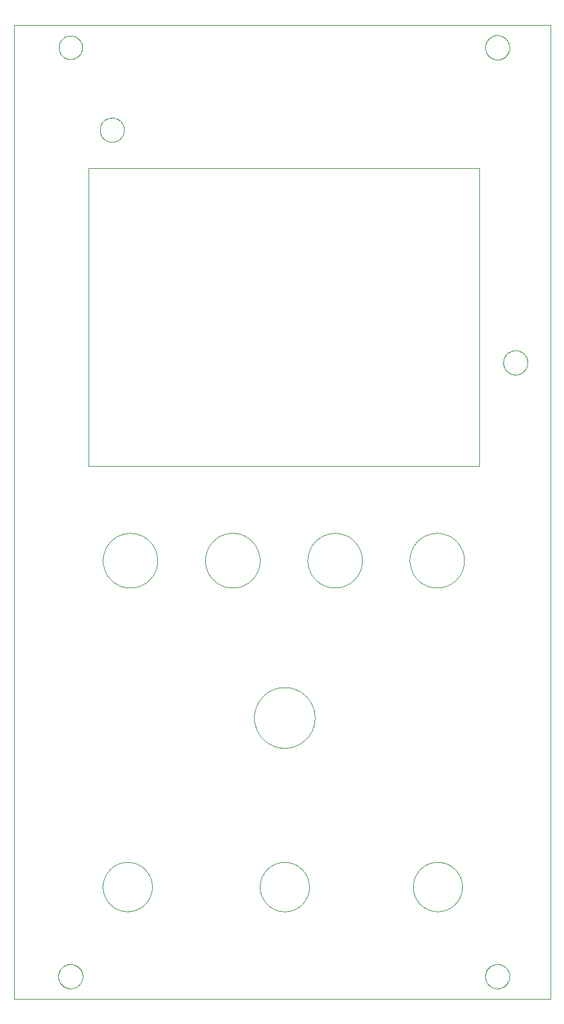
<source format=gko>
G75*
%MOIN*%
%OFA0B0*%
%FSLAX25Y25*%
%IPPOS*%
%LPD*%
%AMOC8*
5,1,8,0,0,1.08239X$1,22.5*
%
%ADD10C,0.00400*%
%ADD11C,0.00000*%
D10*
X0001200Y0001591D02*
X0001200Y0507496D01*
X0279940Y0507496D01*
X0279940Y0001591D01*
X0001200Y0001591D01*
X0040089Y0278331D02*
X0243122Y0278331D01*
X0243122Y0278331D01*
X0243122Y0433142D01*
X0040089Y0433142D01*
X0040089Y0278331D01*
D11*
X0040089Y0433142D01*
X0243122Y0433142D01*
X0243122Y0278331D01*
X0040089Y0278331D01*
X0047460Y0229425D02*
X0047464Y0229773D01*
X0047477Y0230120D01*
X0047498Y0230468D01*
X0047528Y0230814D01*
X0047567Y0231160D01*
X0047613Y0231505D01*
X0047669Y0231848D01*
X0047732Y0232190D01*
X0047804Y0232530D01*
X0047885Y0232869D01*
X0047973Y0233205D01*
X0048070Y0233539D01*
X0048175Y0233871D01*
X0048288Y0234200D01*
X0048410Y0234526D01*
X0048539Y0234849D01*
X0048676Y0235168D01*
X0048821Y0235485D01*
X0048973Y0235797D01*
X0049134Y0236106D01*
X0049301Y0236411D01*
X0049476Y0236711D01*
X0049659Y0237008D01*
X0049849Y0237299D01*
X0050045Y0237586D01*
X0050249Y0237868D01*
X0050460Y0238145D01*
X0050677Y0238416D01*
X0050901Y0238682D01*
X0051131Y0238943D01*
X0051368Y0239198D01*
X0051611Y0239447D01*
X0051860Y0239690D01*
X0052115Y0239927D01*
X0052376Y0240157D01*
X0052642Y0240381D01*
X0052913Y0240598D01*
X0053190Y0240809D01*
X0053472Y0241013D01*
X0053759Y0241209D01*
X0054050Y0241399D01*
X0054347Y0241582D01*
X0054647Y0241757D01*
X0054952Y0241924D01*
X0055261Y0242085D01*
X0055573Y0242237D01*
X0055890Y0242382D01*
X0056209Y0242519D01*
X0056532Y0242648D01*
X0056858Y0242770D01*
X0057187Y0242883D01*
X0057519Y0242988D01*
X0057853Y0243085D01*
X0058189Y0243173D01*
X0058528Y0243254D01*
X0058868Y0243326D01*
X0059210Y0243389D01*
X0059553Y0243445D01*
X0059898Y0243491D01*
X0060244Y0243530D01*
X0060590Y0243560D01*
X0060938Y0243581D01*
X0061285Y0243594D01*
X0061633Y0243598D01*
X0061981Y0243594D01*
X0062328Y0243581D01*
X0062676Y0243560D01*
X0063022Y0243530D01*
X0063368Y0243491D01*
X0063713Y0243445D01*
X0064056Y0243389D01*
X0064398Y0243326D01*
X0064738Y0243254D01*
X0065077Y0243173D01*
X0065413Y0243085D01*
X0065747Y0242988D01*
X0066079Y0242883D01*
X0066408Y0242770D01*
X0066734Y0242648D01*
X0067057Y0242519D01*
X0067376Y0242382D01*
X0067693Y0242237D01*
X0068005Y0242085D01*
X0068314Y0241924D01*
X0068619Y0241757D01*
X0068919Y0241582D01*
X0069216Y0241399D01*
X0069507Y0241209D01*
X0069794Y0241013D01*
X0070076Y0240809D01*
X0070353Y0240598D01*
X0070624Y0240381D01*
X0070890Y0240157D01*
X0071151Y0239927D01*
X0071406Y0239690D01*
X0071655Y0239447D01*
X0071898Y0239198D01*
X0072135Y0238943D01*
X0072365Y0238682D01*
X0072589Y0238416D01*
X0072806Y0238145D01*
X0073017Y0237868D01*
X0073221Y0237586D01*
X0073417Y0237299D01*
X0073607Y0237008D01*
X0073790Y0236711D01*
X0073965Y0236411D01*
X0074132Y0236106D01*
X0074293Y0235797D01*
X0074445Y0235485D01*
X0074590Y0235168D01*
X0074727Y0234849D01*
X0074856Y0234526D01*
X0074978Y0234200D01*
X0075091Y0233871D01*
X0075196Y0233539D01*
X0075293Y0233205D01*
X0075381Y0232869D01*
X0075462Y0232530D01*
X0075534Y0232190D01*
X0075597Y0231848D01*
X0075653Y0231505D01*
X0075699Y0231160D01*
X0075738Y0230814D01*
X0075768Y0230468D01*
X0075789Y0230120D01*
X0075802Y0229773D01*
X0075806Y0229425D01*
X0075802Y0229077D01*
X0075789Y0228730D01*
X0075768Y0228382D01*
X0075738Y0228036D01*
X0075699Y0227690D01*
X0075653Y0227345D01*
X0075597Y0227002D01*
X0075534Y0226660D01*
X0075462Y0226320D01*
X0075381Y0225981D01*
X0075293Y0225645D01*
X0075196Y0225311D01*
X0075091Y0224979D01*
X0074978Y0224650D01*
X0074856Y0224324D01*
X0074727Y0224001D01*
X0074590Y0223682D01*
X0074445Y0223365D01*
X0074293Y0223053D01*
X0074132Y0222744D01*
X0073965Y0222439D01*
X0073790Y0222139D01*
X0073607Y0221842D01*
X0073417Y0221551D01*
X0073221Y0221264D01*
X0073017Y0220982D01*
X0072806Y0220705D01*
X0072589Y0220434D01*
X0072365Y0220168D01*
X0072135Y0219907D01*
X0071898Y0219652D01*
X0071655Y0219403D01*
X0071406Y0219160D01*
X0071151Y0218923D01*
X0070890Y0218693D01*
X0070624Y0218469D01*
X0070353Y0218252D01*
X0070076Y0218041D01*
X0069794Y0217837D01*
X0069507Y0217641D01*
X0069216Y0217451D01*
X0068919Y0217268D01*
X0068619Y0217093D01*
X0068314Y0216926D01*
X0068005Y0216765D01*
X0067693Y0216613D01*
X0067376Y0216468D01*
X0067057Y0216331D01*
X0066734Y0216202D01*
X0066408Y0216080D01*
X0066079Y0215967D01*
X0065747Y0215862D01*
X0065413Y0215765D01*
X0065077Y0215677D01*
X0064738Y0215596D01*
X0064398Y0215524D01*
X0064056Y0215461D01*
X0063713Y0215405D01*
X0063368Y0215359D01*
X0063022Y0215320D01*
X0062676Y0215290D01*
X0062328Y0215269D01*
X0061981Y0215256D01*
X0061633Y0215252D01*
X0061285Y0215256D01*
X0060938Y0215269D01*
X0060590Y0215290D01*
X0060244Y0215320D01*
X0059898Y0215359D01*
X0059553Y0215405D01*
X0059210Y0215461D01*
X0058868Y0215524D01*
X0058528Y0215596D01*
X0058189Y0215677D01*
X0057853Y0215765D01*
X0057519Y0215862D01*
X0057187Y0215967D01*
X0056858Y0216080D01*
X0056532Y0216202D01*
X0056209Y0216331D01*
X0055890Y0216468D01*
X0055573Y0216613D01*
X0055261Y0216765D01*
X0054952Y0216926D01*
X0054647Y0217093D01*
X0054347Y0217268D01*
X0054050Y0217451D01*
X0053759Y0217641D01*
X0053472Y0217837D01*
X0053190Y0218041D01*
X0052913Y0218252D01*
X0052642Y0218469D01*
X0052376Y0218693D01*
X0052115Y0218923D01*
X0051860Y0219160D01*
X0051611Y0219403D01*
X0051368Y0219652D01*
X0051131Y0219907D01*
X0050901Y0220168D01*
X0050677Y0220434D01*
X0050460Y0220705D01*
X0050249Y0220982D01*
X0050045Y0221264D01*
X0049849Y0221551D01*
X0049659Y0221842D01*
X0049476Y0222139D01*
X0049301Y0222439D01*
X0049134Y0222744D01*
X0048973Y0223053D01*
X0048821Y0223365D01*
X0048676Y0223682D01*
X0048539Y0224001D01*
X0048410Y0224324D01*
X0048288Y0224650D01*
X0048175Y0224979D01*
X0048070Y0225311D01*
X0047973Y0225645D01*
X0047885Y0225981D01*
X0047804Y0226320D01*
X0047732Y0226660D01*
X0047669Y0227002D01*
X0047613Y0227345D01*
X0047567Y0227690D01*
X0047528Y0228036D01*
X0047498Y0228382D01*
X0047477Y0228730D01*
X0047464Y0229077D01*
X0047460Y0229425D01*
X0100629Y0229445D02*
X0100633Y0229793D01*
X0100646Y0230140D01*
X0100667Y0230488D01*
X0100697Y0230834D01*
X0100736Y0231180D01*
X0100782Y0231525D01*
X0100838Y0231868D01*
X0100901Y0232210D01*
X0100973Y0232550D01*
X0101054Y0232889D01*
X0101142Y0233225D01*
X0101239Y0233559D01*
X0101344Y0233891D01*
X0101457Y0234220D01*
X0101579Y0234546D01*
X0101708Y0234869D01*
X0101845Y0235188D01*
X0101990Y0235505D01*
X0102142Y0235817D01*
X0102303Y0236126D01*
X0102470Y0236431D01*
X0102645Y0236731D01*
X0102828Y0237028D01*
X0103018Y0237319D01*
X0103214Y0237606D01*
X0103418Y0237888D01*
X0103629Y0238165D01*
X0103846Y0238436D01*
X0104070Y0238702D01*
X0104300Y0238963D01*
X0104537Y0239218D01*
X0104780Y0239467D01*
X0105029Y0239710D01*
X0105284Y0239947D01*
X0105545Y0240177D01*
X0105811Y0240401D01*
X0106082Y0240618D01*
X0106359Y0240829D01*
X0106641Y0241033D01*
X0106928Y0241229D01*
X0107219Y0241419D01*
X0107516Y0241602D01*
X0107816Y0241777D01*
X0108121Y0241944D01*
X0108430Y0242105D01*
X0108742Y0242257D01*
X0109059Y0242402D01*
X0109378Y0242539D01*
X0109701Y0242668D01*
X0110027Y0242790D01*
X0110356Y0242903D01*
X0110688Y0243008D01*
X0111022Y0243105D01*
X0111358Y0243193D01*
X0111697Y0243274D01*
X0112037Y0243346D01*
X0112379Y0243409D01*
X0112722Y0243465D01*
X0113067Y0243511D01*
X0113413Y0243550D01*
X0113759Y0243580D01*
X0114107Y0243601D01*
X0114454Y0243614D01*
X0114802Y0243618D01*
X0115150Y0243614D01*
X0115497Y0243601D01*
X0115845Y0243580D01*
X0116191Y0243550D01*
X0116537Y0243511D01*
X0116882Y0243465D01*
X0117225Y0243409D01*
X0117567Y0243346D01*
X0117907Y0243274D01*
X0118246Y0243193D01*
X0118582Y0243105D01*
X0118916Y0243008D01*
X0119248Y0242903D01*
X0119577Y0242790D01*
X0119903Y0242668D01*
X0120226Y0242539D01*
X0120545Y0242402D01*
X0120862Y0242257D01*
X0121174Y0242105D01*
X0121483Y0241944D01*
X0121788Y0241777D01*
X0122088Y0241602D01*
X0122385Y0241419D01*
X0122676Y0241229D01*
X0122963Y0241033D01*
X0123245Y0240829D01*
X0123522Y0240618D01*
X0123793Y0240401D01*
X0124059Y0240177D01*
X0124320Y0239947D01*
X0124575Y0239710D01*
X0124824Y0239467D01*
X0125067Y0239218D01*
X0125304Y0238963D01*
X0125534Y0238702D01*
X0125758Y0238436D01*
X0125975Y0238165D01*
X0126186Y0237888D01*
X0126390Y0237606D01*
X0126586Y0237319D01*
X0126776Y0237028D01*
X0126959Y0236731D01*
X0127134Y0236431D01*
X0127301Y0236126D01*
X0127462Y0235817D01*
X0127614Y0235505D01*
X0127759Y0235188D01*
X0127896Y0234869D01*
X0128025Y0234546D01*
X0128147Y0234220D01*
X0128260Y0233891D01*
X0128365Y0233559D01*
X0128462Y0233225D01*
X0128550Y0232889D01*
X0128631Y0232550D01*
X0128703Y0232210D01*
X0128766Y0231868D01*
X0128822Y0231525D01*
X0128868Y0231180D01*
X0128907Y0230834D01*
X0128937Y0230488D01*
X0128958Y0230140D01*
X0128971Y0229793D01*
X0128975Y0229445D01*
X0128971Y0229097D01*
X0128958Y0228750D01*
X0128937Y0228402D01*
X0128907Y0228056D01*
X0128868Y0227710D01*
X0128822Y0227365D01*
X0128766Y0227022D01*
X0128703Y0226680D01*
X0128631Y0226340D01*
X0128550Y0226001D01*
X0128462Y0225665D01*
X0128365Y0225331D01*
X0128260Y0224999D01*
X0128147Y0224670D01*
X0128025Y0224344D01*
X0127896Y0224021D01*
X0127759Y0223702D01*
X0127614Y0223385D01*
X0127462Y0223073D01*
X0127301Y0222764D01*
X0127134Y0222459D01*
X0126959Y0222159D01*
X0126776Y0221862D01*
X0126586Y0221571D01*
X0126390Y0221284D01*
X0126186Y0221002D01*
X0125975Y0220725D01*
X0125758Y0220454D01*
X0125534Y0220188D01*
X0125304Y0219927D01*
X0125067Y0219672D01*
X0124824Y0219423D01*
X0124575Y0219180D01*
X0124320Y0218943D01*
X0124059Y0218713D01*
X0123793Y0218489D01*
X0123522Y0218272D01*
X0123245Y0218061D01*
X0122963Y0217857D01*
X0122676Y0217661D01*
X0122385Y0217471D01*
X0122088Y0217288D01*
X0121788Y0217113D01*
X0121483Y0216946D01*
X0121174Y0216785D01*
X0120862Y0216633D01*
X0120545Y0216488D01*
X0120226Y0216351D01*
X0119903Y0216222D01*
X0119577Y0216100D01*
X0119248Y0215987D01*
X0118916Y0215882D01*
X0118582Y0215785D01*
X0118246Y0215697D01*
X0117907Y0215616D01*
X0117567Y0215544D01*
X0117225Y0215481D01*
X0116882Y0215425D01*
X0116537Y0215379D01*
X0116191Y0215340D01*
X0115845Y0215310D01*
X0115497Y0215289D01*
X0115150Y0215276D01*
X0114802Y0215272D01*
X0114454Y0215276D01*
X0114107Y0215289D01*
X0113759Y0215310D01*
X0113413Y0215340D01*
X0113067Y0215379D01*
X0112722Y0215425D01*
X0112379Y0215481D01*
X0112037Y0215544D01*
X0111697Y0215616D01*
X0111358Y0215697D01*
X0111022Y0215785D01*
X0110688Y0215882D01*
X0110356Y0215987D01*
X0110027Y0216100D01*
X0109701Y0216222D01*
X0109378Y0216351D01*
X0109059Y0216488D01*
X0108742Y0216633D01*
X0108430Y0216785D01*
X0108121Y0216946D01*
X0107816Y0217113D01*
X0107516Y0217288D01*
X0107219Y0217471D01*
X0106928Y0217661D01*
X0106641Y0217857D01*
X0106359Y0218061D01*
X0106082Y0218272D01*
X0105811Y0218489D01*
X0105545Y0218713D01*
X0105284Y0218943D01*
X0105029Y0219180D01*
X0104780Y0219423D01*
X0104537Y0219672D01*
X0104300Y0219927D01*
X0104070Y0220188D01*
X0103846Y0220454D01*
X0103629Y0220725D01*
X0103418Y0221002D01*
X0103214Y0221284D01*
X0103018Y0221571D01*
X0102828Y0221862D01*
X0102645Y0222159D01*
X0102470Y0222459D01*
X0102303Y0222764D01*
X0102142Y0223073D01*
X0101990Y0223385D01*
X0101845Y0223702D01*
X0101708Y0224021D01*
X0101579Y0224344D01*
X0101457Y0224670D01*
X0101344Y0224999D01*
X0101239Y0225331D01*
X0101142Y0225665D01*
X0101054Y0226001D01*
X0100973Y0226340D01*
X0100901Y0226680D01*
X0100838Y0227022D01*
X0100782Y0227365D01*
X0100736Y0227710D01*
X0100697Y0228056D01*
X0100667Y0228402D01*
X0100646Y0228750D01*
X0100633Y0229097D01*
X0100629Y0229445D01*
X0126062Y0147811D02*
X0126067Y0148197D01*
X0126081Y0148584D01*
X0126105Y0148969D01*
X0126138Y0149355D01*
X0126180Y0149739D01*
X0126232Y0150122D01*
X0126294Y0150503D01*
X0126365Y0150883D01*
X0126445Y0151261D01*
X0126534Y0151637D01*
X0126632Y0152011D01*
X0126740Y0152382D01*
X0126857Y0152751D01*
X0126983Y0153116D01*
X0127117Y0153479D01*
X0127261Y0153837D01*
X0127413Y0154193D01*
X0127574Y0154544D01*
X0127744Y0154891D01*
X0127922Y0155235D01*
X0128108Y0155573D01*
X0128302Y0155907D01*
X0128505Y0156236D01*
X0128716Y0156560D01*
X0128935Y0156879D01*
X0129161Y0157192D01*
X0129395Y0157500D01*
X0129637Y0157801D01*
X0129885Y0158097D01*
X0130142Y0158387D01*
X0130405Y0158670D01*
X0130674Y0158947D01*
X0130951Y0159216D01*
X0131234Y0159479D01*
X0131524Y0159736D01*
X0131820Y0159984D01*
X0132121Y0160226D01*
X0132429Y0160460D01*
X0132742Y0160686D01*
X0133061Y0160905D01*
X0133385Y0161116D01*
X0133714Y0161319D01*
X0134048Y0161513D01*
X0134386Y0161699D01*
X0134730Y0161877D01*
X0135077Y0162047D01*
X0135428Y0162208D01*
X0135784Y0162360D01*
X0136142Y0162504D01*
X0136505Y0162638D01*
X0136870Y0162764D01*
X0137239Y0162881D01*
X0137610Y0162989D01*
X0137984Y0163087D01*
X0138360Y0163176D01*
X0138738Y0163256D01*
X0139118Y0163327D01*
X0139499Y0163389D01*
X0139882Y0163441D01*
X0140266Y0163483D01*
X0140652Y0163516D01*
X0141037Y0163540D01*
X0141424Y0163554D01*
X0141810Y0163559D01*
X0142196Y0163554D01*
X0142583Y0163540D01*
X0142968Y0163516D01*
X0143354Y0163483D01*
X0143738Y0163441D01*
X0144121Y0163389D01*
X0144502Y0163327D01*
X0144882Y0163256D01*
X0145260Y0163176D01*
X0145636Y0163087D01*
X0146010Y0162989D01*
X0146381Y0162881D01*
X0146750Y0162764D01*
X0147115Y0162638D01*
X0147478Y0162504D01*
X0147836Y0162360D01*
X0148192Y0162208D01*
X0148543Y0162047D01*
X0148890Y0161877D01*
X0149234Y0161699D01*
X0149572Y0161513D01*
X0149906Y0161319D01*
X0150235Y0161116D01*
X0150559Y0160905D01*
X0150878Y0160686D01*
X0151191Y0160460D01*
X0151499Y0160226D01*
X0151800Y0159984D01*
X0152096Y0159736D01*
X0152386Y0159479D01*
X0152669Y0159216D01*
X0152946Y0158947D01*
X0153215Y0158670D01*
X0153478Y0158387D01*
X0153735Y0158097D01*
X0153983Y0157801D01*
X0154225Y0157500D01*
X0154459Y0157192D01*
X0154685Y0156879D01*
X0154904Y0156560D01*
X0155115Y0156236D01*
X0155318Y0155907D01*
X0155512Y0155573D01*
X0155698Y0155235D01*
X0155876Y0154891D01*
X0156046Y0154544D01*
X0156207Y0154193D01*
X0156359Y0153837D01*
X0156503Y0153479D01*
X0156637Y0153116D01*
X0156763Y0152751D01*
X0156880Y0152382D01*
X0156988Y0152011D01*
X0157086Y0151637D01*
X0157175Y0151261D01*
X0157255Y0150883D01*
X0157326Y0150503D01*
X0157388Y0150122D01*
X0157440Y0149739D01*
X0157482Y0149355D01*
X0157515Y0148969D01*
X0157539Y0148584D01*
X0157553Y0148197D01*
X0157558Y0147811D01*
X0157553Y0147425D01*
X0157539Y0147038D01*
X0157515Y0146653D01*
X0157482Y0146267D01*
X0157440Y0145883D01*
X0157388Y0145500D01*
X0157326Y0145119D01*
X0157255Y0144739D01*
X0157175Y0144361D01*
X0157086Y0143985D01*
X0156988Y0143611D01*
X0156880Y0143240D01*
X0156763Y0142871D01*
X0156637Y0142506D01*
X0156503Y0142143D01*
X0156359Y0141785D01*
X0156207Y0141429D01*
X0156046Y0141078D01*
X0155876Y0140731D01*
X0155698Y0140387D01*
X0155512Y0140049D01*
X0155318Y0139715D01*
X0155115Y0139386D01*
X0154904Y0139062D01*
X0154685Y0138743D01*
X0154459Y0138430D01*
X0154225Y0138122D01*
X0153983Y0137821D01*
X0153735Y0137525D01*
X0153478Y0137235D01*
X0153215Y0136952D01*
X0152946Y0136675D01*
X0152669Y0136406D01*
X0152386Y0136143D01*
X0152096Y0135886D01*
X0151800Y0135638D01*
X0151499Y0135396D01*
X0151191Y0135162D01*
X0150878Y0134936D01*
X0150559Y0134717D01*
X0150235Y0134506D01*
X0149906Y0134303D01*
X0149572Y0134109D01*
X0149234Y0133923D01*
X0148890Y0133745D01*
X0148543Y0133575D01*
X0148192Y0133414D01*
X0147836Y0133262D01*
X0147478Y0133118D01*
X0147115Y0132984D01*
X0146750Y0132858D01*
X0146381Y0132741D01*
X0146010Y0132633D01*
X0145636Y0132535D01*
X0145260Y0132446D01*
X0144882Y0132366D01*
X0144502Y0132295D01*
X0144121Y0132233D01*
X0143738Y0132181D01*
X0143354Y0132139D01*
X0142968Y0132106D01*
X0142583Y0132082D01*
X0142196Y0132068D01*
X0141810Y0132063D01*
X0141424Y0132068D01*
X0141037Y0132082D01*
X0140652Y0132106D01*
X0140266Y0132139D01*
X0139882Y0132181D01*
X0139499Y0132233D01*
X0139118Y0132295D01*
X0138738Y0132366D01*
X0138360Y0132446D01*
X0137984Y0132535D01*
X0137610Y0132633D01*
X0137239Y0132741D01*
X0136870Y0132858D01*
X0136505Y0132984D01*
X0136142Y0133118D01*
X0135784Y0133262D01*
X0135428Y0133414D01*
X0135077Y0133575D01*
X0134730Y0133745D01*
X0134386Y0133923D01*
X0134048Y0134109D01*
X0133714Y0134303D01*
X0133385Y0134506D01*
X0133061Y0134717D01*
X0132742Y0134936D01*
X0132429Y0135162D01*
X0132121Y0135396D01*
X0131820Y0135638D01*
X0131524Y0135886D01*
X0131234Y0136143D01*
X0130951Y0136406D01*
X0130674Y0136675D01*
X0130405Y0136952D01*
X0130142Y0137235D01*
X0129885Y0137525D01*
X0129637Y0137821D01*
X0129395Y0138122D01*
X0129161Y0138430D01*
X0128935Y0138743D01*
X0128716Y0139062D01*
X0128505Y0139386D01*
X0128302Y0139715D01*
X0128108Y0140049D01*
X0127922Y0140387D01*
X0127744Y0140731D01*
X0127574Y0141078D01*
X0127413Y0141429D01*
X0127261Y0141785D01*
X0127117Y0142143D01*
X0126983Y0142506D01*
X0126857Y0142871D01*
X0126740Y0143240D01*
X0126632Y0143611D01*
X0126534Y0143985D01*
X0126445Y0144361D01*
X0126365Y0144739D01*
X0126294Y0145119D01*
X0126232Y0145500D01*
X0126180Y0145883D01*
X0126138Y0146267D01*
X0126105Y0146653D01*
X0126081Y0147038D01*
X0126067Y0147425D01*
X0126062Y0147811D01*
X0153818Y0229425D02*
X0153822Y0229773D01*
X0153835Y0230120D01*
X0153856Y0230468D01*
X0153886Y0230814D01*
X0153925Y0231160D01*
X0153971Y0231505D01*
X0154027Y0231848D01*
X0154090Y0232190D01*
X0154162Y0232530D01*
X0154243Y0232869D01*
X0154331Y0233205D01*
X0154428Y0233539D01*
X0154533Y0233871D01*
X0154646Y0234200D01*
X0154768Y0234526D01*
X0154897Y0234849D01*
X0155034Y0235168D01*
X0155179Y0235485D01*
X0155331Y0235797D01*
X0155492Y0236106D01*
X0155659Y0236411D01*
X0155834Y0236711D01*
X0156017Y0237008D01*
X0156207Y0237299D01*
X0156403Y0237586D01*
X0156607Y0237868D01*
X0156818Y0238145D01*
X0157035Y0238416D01*
X0157259Y0238682D01*
X0157489Y0238943D01*
X0157726Y0239198D01*
X0157969Y0239447D01*
X0158218Y0239690D01*
X0158473Y0239927D01*
X0158734Y0240157D01*
X0159000Y0240381D01*
X0159271Y0240598D01*
X0159548Y0240809D01*
X0159830Y0241013D01*
X0160117Y0241209D01*
X0160408Y0241399D01*
X0160705Y0241582D01*
X0161005Y0241757D01*
X0161310Y0241924D01*
X0161619Y0242085D01*
X0161931Y0242237D01*
X0162248Y0242382D01*
X0162567Y0242519D01*
X0162890Y0242648D01*
X0163216Y0242770D01*
X0163545Y0242883D01*
X0163877Y0242988D01*
X0164211Y0243085D01*
X0164547Y0243173D01*
X0164886Y0243254D01*
X0165226Y0243326D01*
X0165568Y0243389D01*
X0165911Y0243445D01*
X0166256Y0243491D01*
X0166602Y0243530D01*
X0166948Y0243560D01*
X0167296Y0243581D01*
X0167643Y0243594D01*
X0167991Y0243598D01*
X0168339Y0243594D01*
X0168686Y0243581D01*
X0169034Y0243560D01*
X0169380Y0243530D01*
X0169726Y0243491D01*
X0170071Y0243445D01*
X0170414Y0243389D01*
X0170756Y0243326D01*
X0171096Y0243254D01*
X0171435Y0243173D01*
X0171771Y0243085D01*
X0172105Y0242988D01*
X0172437Y0242883D01*
X0172766Y0242770D01*
X0173092Y0242648D01*
X0173415Y0242519D01*
X0173734Y0242382D01*
X0174051Y0242237D01*
X0174363Y0242085D01*
X0174672Y0241924D01*
X0174977Y0241757D01*
X0175277Y0241582D01*
X0175574Y0241399D01*
X0175865Y0241209D01*
X0176152Y0241013D01*
X0176434Y0240809D01*
X0176711Y0240598D01*
X0176982Y0240381D01*
X0177248Y0240157D01*
X0177509Y0239927D01*
X0177764Y0239690D01*
X0178013Y0239447D01*
X0178256Y0239198D01*
X0178493Y0238943D01*
X0178723Y0238682D01*
X0178947Y0238416D01*
X0179164Y0238145D01*
X0179375Y0237868D01*
X0179579Y0237586D01*
X0179775Y0237299D01*
X0179965Y0237008D01*
X0180148Y0236711D01*
X0180323Y0236411D01*
X0180490Y0236106D01*
X0180651Y0235797D01*
X0180803Y0235485D01*
X0180948Y0235168D01*
X0181085Y0234849D01*
X0181214Y0234526D01*
X0181336Y0234200D01*
X0181449Y0233871D01*
X0181554Y0233539D01*
X0181651Y0233205D01*
X0181739Y0232869D01*
X0181820Y0232530D01*
X0181892Y0232190D01*
X0181955Y0231848D01*
X0182011Y0231505D01*
X0182057Y0231160D01*
X0182096Y0230814D01*
X0182126Y0230468D01*
X0182147Y0230120D01*
X0182160Y0229773D01*
X0182164Y0229425D01*
X0182160Y0229077D01*
X0182147Y0228730D01*
X0182126Y0228382D01*
X0182096Y0228036D01*
X0182057Y0227690D01*
X0182011Y0227345D01*
X0181955Y0227002D01*
X0181892Y0226660D01*
X0181820Y0226320D01*
X0181739Y0225981D01*
X0181651Y0225645D01*
X0181554Y0225311D01*
X0181449Y0224979D01*
X0181336Y0224650D01*
X0181214Y0224324D01*
X0181085Y0224001D01*
X0180948Y0223682D01*
X0180803Y0223365D01*
X0180651Y0223053D01*
X0180490Y0222744D01*
X0180323Y0222439D01*
X0180148Y0222139D01*
X0179965Y0221842D01*
X0179775Y0221551D01*
X0179579Y0221264D01*
X0179375Y0220982D01*
X0179164Y0220705D01*
X0178947Y0220434D01*
X0178723Y0220168D01*
X0178493Y0219907D01*
X0178256Y0219652D01*
X0178013Y0219403D01*
X0177764Y0219160D01*
X0177509Y0218923D01*
X0177248Y0218693D01*
X0176982Y0218469D01*
X0176711Y0218252D01*
X0176434Y0218041D01*
X0176152Y0217837D01*
X0175865Y0217641D01*
X0175574Y0217451D01*
X0175277Y0217268D01*
X0174977Y0217093D01*
X0174672Y0216926D01*
X0174363Y0216765D01*
X0174051Y0216613D01*
X0173734Y0216468D01*
X0173415Y0216331D01*
X0173092Y0216202D01*
X0172766Y0216080D01*
X0172437Y0215967D01*
X0172105Y0215862D01*
X0171771Y0215765D01*
X0171435Y0215677D01*
X0171096Y0215596D01*
X0170756Y0215524D01*
X0170414Y0215461D01*
X0170071Y0215405D01*
X0169726Y0215359D01*
X0169380Y0215320D01*
X0169034Y0215290D01*
X0168686Y0215269D01*
X0168339Y0215256D01*
X0167991Y0215252D01*
X0167643Y0215256D01*
X0167296Y0215269D01*
X0166948Y0215290D01*
X0166602Y0215320D01*
X0166256Y0215359D01*
X0165911Y0215405D01*
X0165568Y0215461D01*
X0165226Y0215524D01*
X0164886Y0215596D01*
X0164547Y0215677D01*
X0164211Y0215765D01*
X0163877Y0215862D01*
X0163545Y0215967D01*
X0163216Y0216080D01*
X0162890Y0216202D01*
X0162567Y0216331D01*
X0162248Y0216468D01*
X0161931Y0216613D01*
X0161619Y0216765D01*
X0161310Y0216926D01*
X0161005Y0217093D01*
X0160705Y0217268D01*
X0160408Y0217451D01*
X0160117Y0217641D01*
X0159830Y0217837D01*
X0159548Y0218041D01*
X0159271Y0218252D01*
X0159000Y0218469D01*
X0158734Y0218693D01*
X0158473Y0218923D01*
X0158218Y0219160D01*
X0157969Y0219403D01*
X0157726Y0219652D01*
X0157489Y0219907D01*
X0157259Y0220168D01*
X0157035Y0220434D01*
X0156818Y0220705D01*
X0156607Y0220982D01*
X0156403Y0221264D01*
X0156207Y0221551D01*
X0156017Y0221842D01*
X0155834Y0222139D01*
X0155659Y0222439D01*
X0155492Y0222744D01*
X0155331Y0223053D01*
X0155179Y0223365D01*
X0155034Y0223682D01*
X0154897Y0224001D01*
X0154768Y0224324D01*
X0154646Y0224650D01*
X0154533Y0224979D01*
X0154428Y0225311D01*
X0154331Y0225645D01*
X0154243Y0225981D01*
X0154162Y0226320D01*
X0154090Y0226660D01*
X0154027Y0227002D01*
X0153971Y0227345D01*
X0153925Y0227690D01*
X0153886Y0228036D01*
X0153856Y0228382D01*
X0153835Y0228730D01*
X0153822Y0229077D01*
X0153818Y0229425D01*
X0206830Y0229425D02*
X0206834Y0229773D01*
X0206847Y0230120D01*
X0206868Y0230468D01*
X0206898Y0230814D01*
X0206937Y0231160D01*
X0206983Y0231505D01*
X0207039Y0231848D01*
X0207102Y0232190D01*
X0207174Y0232530D01*
X0207255Y0232869D01*
X0207343Y0233205D01*
X0207440Y0233539D01*
X0207545Y0233871D01*
X0207658Y0234200D01*
X0207780Y0234526D01*
X0207909Y0234849D01*
X0208046Y0235168D01*
X0208191Y0235485D01*
X0208343Y0235797D01*
X0208504Y0236106D01*
X0208671Y0236411D01*
X0208846Y0236711D01*
X0209029Y0237008D01*
X0209219Y0237299D01*
X0209415Y0237586D01*
X0209619Y0237868D01*
X0209830Y0238145D01*
X0210047Y0238416D01*
X0210271Y0238682D01*
X0210501Y0238943D01*
X0210738Y0239198D01*
X0210981Y0239447D01*
X0211230Y0239690D01*
X0211485Y0239927D01*
X0211746Y0240157D01*
X0212012Y0240381D01*
X0212283Y0240598D01*
X0212560Y0240809D01*
X0212842Y0241013D01*
X0213129Y0241209D01*
X0213420Y0241399D01*
X0213717Y0241582D01*
X0214017Y0241757D01*
X0214322Y0241924D01*
X0214631Y0242085D01*
X0214943Y0242237D01*
X0215260Y0242382D01*
X0215579Y0242519D01*
X0215902Y0242648D01*
X0216228Y0242770D01*
X0216557Y0242883D01*
X0216889Y0242988D01*
X0217223Y0243085D01*
X0217559Y0243173D01*
X0217898Y0243254D01*
X0218238Y0243326D01*
X0218580Y0243389D01*
X0218923Y0243445D01*
X0219268Y0243491D01*
X0219614Y0243530D01*
X0219960Y0243560D01*
X0220308Y0243581D01*
X0220655Y0243594D01*
X0221003Y0243598D01*
X0221351Y0243594D01*
X0221698Y0243581D01*
X0222046Y0243560D01*
X0222392Y0243530D01*
X0222738Y0243491D01*
X0223083Y0243445D01*
X0223426Y0243389D01*
X0223768Y0243326D01*
X0224108Y0243254D01*
X0224447Y0243173D01*
X0224783Y0243085D01*
X0225117Y0242988D01*
X0225449Y0242883D01*
X0225778Y0242770D01*
X0226104Y0242648D01*
X0226427Y0242519D01*
X0226746Y0242382D01*
X0227063Y0242237D01*
X0227375Y0242085D01*
X0227684Y0241924D01*
X0227989Y0241757D01*
X0228289Y0241582D01*
X0228586Y0241399D01*
X0228877Y0241209D01*
X0229164Y0241013D01*
X0229446Y0240809D01*
X0229723Y0240598D01*
X0229994Y0240381D01*
X0230260Y0240157D01*
X0230521Y0239927D01*
X0230776Y0239690D01*
X0231025Y0239447D01*
X0231268Y0239198D01*
X0231505Y0238943D01*
X0231735Y0238682D01*
X0231959Y0238416D01*
X0232176Y0238145D01*
X0232387Y0237868D01*
X0232591Y0237586D01*
X0232787Y0237299D01*
X0232977Y0237008D01*
X0233160Y0236711D01*
X0233335Y0236411D01*
X0233502Y0236106D01*
X0233663Y0235797D01*
X0233815Y0235485D01*
X0233960Y0235168D01*
X0234097Y0234849D01*
X0234226Y0234526D01*
X0234348Y0234200D01*
X0234461Y0233871D01*
X0234566Y0233539D01*
X0234663Y0233205D01*
X0234751Y0232869D01*
X0234832Y0232530D01*
X0234904Y0232190D01*
X0234967Y0231848D01*
X0235023Y0231505D01*
X0235069Y0231160D01*
X0235108Y0230814D01*
X0235138Y0230468D01*
X0235159Y0230120D01*
X0235172Y0229773D01*
X0235176Y0229425D01*
X0235172Y0229077D01*
X0235159Y0228730D01*
X0235138Y0228382D01*
X0235108Y0228036D01*
X0235069Y0227690D01*
X0235023Y0227345D01*
X0234967Y0227002D01*
X0234904Y0226660D01*
X0234832Y0226320D01*
X0234751Y0225981D01*
X0234663Y0225645D01*
X0234566Y0225311D01*
X0234461Y0224979D01*
X0234348Y0224650D01*
X0234226Y0224324D01*
X0234097Y0224001D01*
X0233960Y0223682D01*
X0233815Y0223365D01*
X0233663Y0223053D01*
X0233502Y0222744D01*
X0233335Y0222439D01*
X0233160Y0222139D01*
X0232977Y0221842D01*
X0232787Y0221551D01*
X0232591Y0221264D01*
X0232387Y0220982D01*
X0232176Y0220705D01*
X0231959Y0220434D01*
X0231735Y0220168D01*
X0231505Y0219907D01*
X0231268Y0219652D01*
X0231025Y0219403D01*
X0230776Y0219160D01*
X0230521Y0218923D01*
X0230260Y0218693D01*
X0229994Y0218469D01*
X0229723Y0218252D01*
X0229446Y0218041D01*
X0229164Y0217837D01*
X0228877Y0217641D01*
X0228586Y0217451D01*
X0228289Y0217268D01*
X0227989Y0217093D01*
X0227684Y0216926D01*
X0227375Y0216765D01*
X0227063Y0216613D01*
X0226746Y0216468D01*
X0226427Y0216331D01*
X0226104Y0216202D01*
X0225778Y0216080D01*
X0225449Y0215967D01*
X0225117Y0215862D01*
X0224783Y0215765D01*
X0224447Y0215677D01*
X0224108Y0215596D01*
X0223768Y0215524D01*
X0223426Y0215461D01*
X0223083Y0215405D01*
X0222738Y0215359D01*
X0222392Y0215320D01*
X0222046Y0215290D01*
X0221698Y0215269D01*
X0221351Y0215256D01*
X0221003Y0215252D01*
X0220655Y0215256D01*
X0220308Y0215269D01*
X0219960Y0215290D01*
X0219614Y0215320D01*
X0219268Y0215359D01*
X0218923Y0215405D01*
X0218580Y0215461D01*
X0218238Y0215524D01*
X0217898Y0215596D01*
X0217559Y0215677D01*
X0217223Y0215765D01*
X0216889Y0215862D01*
X0216557Y0215967D01*
X0216228Y0216080D01*
X0215902Y0216202D01*
X0215579Y0216331D01*
X0215260Y0216468D01*
X0214943Y0216613D01*
X0214631Y0216765D01*
X0214322Y0216926D01*
X0214017Y0217093D01*
X0213717Y0217268D01*
X0213420Y0217451D01*
X0213129Y0217641D01*
X0212842Y0217837D01*
X0212560Y0218041D01*
X0212283Y0218252D01*
X0212012Y0218469D01*
X0211746Y0218693D01*
X0211485Y0218923D01*
X0211230Y0219160D01*
X0210981Y0219403D01*
X0210738Y0219652D01*
X0210501Y0219907D01*
X0210271Y0220168D01*
X0210047Y0220434D01*
X0209830Y0220705D01*
X0209619Y0220982D01*
X0209415Y0221264D01*
X0209219Y0221551D01*
X0209029Y0221842D01*
X0208846Y0222139D01*
X0208671Y0222439D01*
X0208504Y0222744D01*
X0208343Y0223053D01*
X0208191Y0223365D01*
X0208046Y0223682D01*
X0207909Y0224001D01*
X0207780Y0224324D01*
X0207658Y0224650D01*
X0207545Y0224979D01*
X0207440Y0225311D01*
X0207343Y0225645D01*
X0207255Y0225981D01*
X0207174Y0226320D01*
X0207102Y0226660D01*
X0207039Y0227002D01*
X0206983Y0227345D01*
X0206937Y0227690D01*
X0206898Y0228036D01*
X0206868Y0228382D01*
X0206847Y0228730D01*
X0206834Y0229077D01*
X0206830Y0229425D01*
X0255472Y0332150D02*
X0255474Y0332308D01*
X0255480Y0332466D01*
X0255490Y0332624D01*
X0255504Y0332782D01*
X0255522Y0332939D01*
X0255543Y0333096D01*
X0255569Y0333252D01*
X0255599Y0333408D01*
X0255632Y0333563D01*
X0255670Y0333716D01*
X0255711Y0333869D01*
X0255756Y0334021D01*
X0255805Y0334172D01*
X0255858Y0334321D01*
X0255914Y0334469D01*
X0255974Y0334615D01*
X0256038Y0334760D01*
X0256106Y0334903D01*
X0256177Y0335045D01*
X0256251Y0335185D01*
X0256329Y0335322D01*
X0256411Y0335458D01*
X0256495Y0335592D01*
X0256584Y0335723D01*
X0256675Y0335852D01*
X0256770Y0335979D01*
X0256867Y0336104D01*
X0256968Y0336226D01*
X0257072Y0336345D01*
X0257179Y0336462D01*
X0257289Y0336576D01*
X0257402Y0336687D01*
X0257517Y0336796D01*
X0257635Y0336901D01*
X0257756Y0337003D01*
X0257879Y0337103D01*
X0258005Y0337199D01*
X0258133Y0337292D01*
X0258263Y0337382D01*
X0258396Y0337468D01*
X0258531Y0337552D01*
X0258667Y0337631D01*
X0258806Y0337708D01*
X0258947Y0337780D01*
X0259089Y0337850D01*
X0259233Y0337915D01*
X0259379Y0337977D01*
X0259526Y0338035D01*
X0259675Y0338090D01*
X0259825Y0338141D01*
X0259976Y0338188D01*
X0260128Y0338231D01*
X0260281Y0338270D01*
X0260436Y0338306D01*
X0260591Y0338337D01*
X0260747Y0338365D01*
X0260903Y0338389D01*
X0261060Y0338409D01*
X0261218Y0338425D01*
X0261375Y0338437D01*
X0261534Y0338445D01*
X0261692Y0338449D01*
X0261850Y0338449D01*
X0262008Y0338445D01*
X0262167Y0338437D01*
X0262324Y0338425D01*
X0262482Y0338409D01*
X0262639Y0338389D01*
X0262795Y0338365D01*
X0262951Y0338337D01*
X0263106Y0338306D01*
X0263261Y0338270D01*
X0263414Y0338231D01*
X0263566Y0338188D01*
X0263717Y0338141D01*
X0263867Y0338090D01*
X0264016Y0338035D01*
X0264163Y0337977D01*
X0264309Y0337915D01*
X0264453Y0337850D01*
X0264595Y0337780D01*
X0264736Y0337708D01*
X0264875Y0337631D01*
X0265011Y0337552D01*
X0265146Y0337468D01*
X0265279Y0337382D01*
X0265409Y0337292D01*
X0265537Y0337199D01*
X0265663Y0337103D01*
X0265786Y0337003D01*
X0265907Y0336901D01*
X0266025Y0336796D01*
X0266140Y0336687D01*
X0266253Y0336576D01*
X0266363Y0336462D01*
X0266470Y0336345D01*
X0266574Y0336226D01*
X0266675Y0336104D01*
X0266772Y0335979D01*
X0266867Y0335852D01*
X0266958Y0335723D01*
X0267047Y0335592D01*
X0267131Y0335458D01*
X0267213Y0335322D01*
X0267291Y0335185D01*
X0267365Y0335045D01*
X0267436Y0334903D01*
X0267504Y0334760D01*
X0267568Y0334615D01*
X0267628Y0334469D01*
X0267684Y0334321D01*
X0267737Y0334172D01*
X0267786Y0334021D01*
X0267831Y0333869D01*
X0267872Y0333716D01*
X0267910Y0333563D01*
X0267943Y0333408D01*
X0267973Y0333252D01*
X0267999Y0333096D01*
X0268020Y0332939D01*
X0268038Y0332782D01*
X0268052Y0332624D01*
X0268062Y0332466D01*
X0268068Y0332308D01*
X0268070Y0332150D01*
X0268068Y0331992D01*
X0268062Y0331834D01*
X0268052Y0331676D01*
X0268038Y0331518D01*
X0268020Y0331361D01*
X0267999Y0331204D01*
X0267973Y0331048D01*
X0267943Y0330892D01*
X0267910Y0330737D01*
X0267872Y0330584D01*
X0267831Y0330431D01*
X0267786Y0330279D01*
X0267737Y0330128D01*
X0267684Y0329979D01*
X0267628Y0329831D01*
X0267568Y0329685D01*
X0267504Y0329540D01*
X0267436Y0329397D01*
X0267365Y0329255D01*
X0267291Y0329115D01*
X0267213Y0328978D01*
X0267131Y0328842D01*
X0267047Y0328708D01*
X0266958Y0328577D01*
X0266867Y0328448D01*
X0266772Y0328321D01*
X0266675Y0328196D01*
X0266574Y0328074D01*
X0266470Y0327955D01*
X0266363Y0327838D01*
X0266253Y0327724D01*
X0266140Y0327613D01*
X0266025Y0327504D01*
X0265907Y0327399D01*
X0265786Y0327297D01*
X0265663Y0327197D01*
X0265537Y0327101D01*
X0265409Y0327008D01*
X0265279Y0326918D01*
X0265146Y0326832D01*
X0265011Y0326748D01*
X0264875Y0326669D01*
X0264736Y0326592D01*
X0264595Y0326520D01*
X0264453Y0326450D01*
X0264309Y0326385D01*
X0264163Y0326323D01*
X0264016Y0326265D01*
X0263867Y0326210D01*
X0263717Y0326159D01*
X0263566Y0326112D01*
X0263414Y0326069D01*
X0263261Y0326030D01*
X0263106Y0325994D01*
X0262951Y0325963D01*
X0262795Y0325935D01*
X0262639Y0325911D01*
X0262482Y0325891D01*
X0262324Y0325875D01*
X0262167Y0325863D01*
X0262008Y0325855D01*
X0261850Y0325851D01*
X0261692Y0325851D01*
X0261534Y0325855D01*
X0261375Y0325863D01*
X0261218Y0325875D01*
X0261060Y0325891D01*
X0260903Y0325911D01*
X0260747Y0325935D01*
X0260591Y0325963D01*
X0260436Y0325994D01*
X0260281Y0326030D01*
X0260128Y0326069D01*
X0259976Y0326112D01*
X0259825Y0326159D01*
X0259675Y0326210D01*
X0259526Y0326265D01*
X0259379Y0326323D01*
X0259233Y0326385D01*
X0259089Y0326450D01*
X0258947Y0326520D01*
X0258806Y0326592D01*
X0258667Y0326669D01*
X0258531Y0326748D01*
X0258396Y0326832D01*
X0258263Y0326918D01*
X0258133Y0327008D01*
X0258005Y0327101D01*
X0257879Y0327197D01*
X0257756Y0327297D01*
X0257635Y0327399D01*
X0257517Y0327504D01*
X0257402Y0327613D01*
X0257289Y0327724D01*
X0257179Y0327838D01*
X0257072Y0327955D01*
X0256968Y0328074D01*
X0256867Y0328196D01*
X0256770Y0328321D01*
X0256675Y0328448D01*
X0256584Y0328577D01*
X0256495Y0328708D01*
X0256411Y0328842D01*
X0256329Y0328978D01*
X0256251Y0329115D01*
X0256177Y0329255D01*
X0256106Y0329397D01*
X0256038Y0329540D01*
X0255974Y0329685D01*
X0255914Y0329831D01*
X0255858Y0329979D01*
X0255805Y0330128D01*
X0255756Y0330279D01*
X0255711Y0330431D01*
X0255670Y0330584D01*
X0255632Y0330737D01*
X0255599Y0330892D01*
X0255569Y0331048D01*
X0255543Y0331204D01*
X0255522Y0331361D01*
X0255504Y0331518D01*
X0255490Y0331676D01*
X0255480Y0331834D01*
X0255474Y0331992D01*
X0255472Y0332150D01*
X0246082Y0495744D02*
X0246084Y0495902D01*
X0246090Y0496060D01*
X0246100Y0496218D01*
X0246114Y0496376D01*
X0246132Y0496533D01*
X0246153Y0496690D01*
X0246179Y0496846D01*
X0246209Y0497002D01*
X0246242Y0497157D01*
X0246280Y0497310D01*
X0246321Y0497463D01*
X0246366Y0497615D01*
X0246415Y0497766D01*
X0246468Y0497915D01*
X0246524Y0498063D01*
X0246584Y0498209D01*
X0246648Y0498354D01*
X0246716Y0498497D01*
X0246787Y0498639D01*
X0246861Y0498779D01*
X0246939Y0498916D01*
X0247021Y0499052D01*
X0247105Y0499186D01*
X0247194Y0499317D01*
X0247285Y0499446D01*
X0247380Y0499573D01*
X0247477Y0499698D01*
X0247578Y0499820D01*
X0247682Y0499939D01*
X0247789Y0500056D01*
X0247899Y0500170D01*
X0248012Y0500281D01*
X0248127Y0500390D01*
X0248245Y0500495D01*
X0248366Y0500597D01*
X0248489Y0500697D01*
X0248615Y0500793D01*
X0248743Y0500886D01*
X0248873Y0500976D01*
X0249006Y0501062D01*
X0249141Y0501146D01*
X0249277Y0501225D01*
X0249416Y0501302D01*
X0249557Y0501374D01*
X0249699Y0501444D01*
X0249843Y0501509D01*
X0249989Y0501571D01*
X0250136Y0501629D01*
X0250285Y0501684D01*
X0250435Y0501735D01*
X0250586Y0501782D01*
X0250738Y0501825D01*
X0250891Y0501864D01*
X0251046Y0501900D01*
X0251201Y0501931D01*
X0251357Y0501959D01*
X0251513Y0501983D01*
X0251670Y0502003D01*
X0251828Y0502019D01*
X0251985Y0502031D01*
X0252144Y0502039D01*
X0252302Y0502043D01*
X0252460Y0502043D01*
X0252618Y0502039D01*
X0252777Y0502031D01*
X0252934Y0502019D01*
X0253092Y0502003D01*
X0253249Y0501983D01*
X0253405Y0501959D01*
X0253561Y0501931D01*
X0253716Y0501900D01*
X0253871Y0501864D01*
X0254024Y0501825D01*
X0254176Y0501782D01*
X0254327Y0501735D01*
X0254477Y0501684D01*
X0254626Y0501629D01*
X0254773Y0501571D01*
X0254919Y0501509D01*
X0255063Y0501444D01*
X0255205Y0501374D01*
X0255346Y0501302D01*
X0255485Y0501225D01*
X0255621Y0501146D01*
X0255756Y0501062D01*
X0255889Y0500976D01*
X0256019Y0500886D01*
X0256147Y0500793D01*
X0256273Y0500697D01*
X0256396Y0500597D01*
X0256517Y0500495D01*
X0256635Y0500390D01*
X0256750Y0500281D01*
X0256863Y0500170D01*
X0256973Y0500056D01*
X0257080Y0499939D01*
X0257184Y0499820D01*
X0257285Y0499698D01*
X0257382Y0499573D01*
X0257477Y0499446D01*
X0257568Y0499317D01*
X0257657Y0499186D01*
X0257741Y0499052D01*
X0257823Y0498916D01*
X0257901Y0498779D01*
X0257975Y0498639D01*
X0258046Y0498497D01*
X0258114Y0498354D01*
X0258178Y0498209D01*
X0258238Y0498063D01*
X0258294Y0497915D01*
X0258347Y0497766D01*
X0258396Y0497615D01*
X0258441Y0497463D01*
X0258482Y0497310D01*
X0258520Y0497157D01*
X0258553Y0497002D01*
X0258583Y0496846D01*
X0258609Y0496690D01*
X0258630Y0496533D01*
X0258648Y0496376D01*
X0258662Y0496218D01*
X0258672Y0496060D01*
X0258678Y0495902D01*
X0258680Y0495744D01*
X0258678Y0495586D01*
X0258672Y0495428D01*
X0258662Y0495270D01*
X0258648Y0495112D01*
X0258630Y0494955D01*
X0258609Y0494798D01*
X0258583Y0494642D01*
X0258553Y0494486D01*
X0258520Y0494331D01*
X0258482Y0494178D01*
X0258441Y0494025D01*
X0258396Y0493873D01*
X0258347Y0493722D01*
X0258294Y0493573D01*
X0258238Y0493425D01*
X0258178Y0493279D01*
X0258114Y0493134D01*
X0258046Y0492991D01*
X0257975Y0492849D01*
X0257901Y0492709D01*
X0257823Y0492572D01*
X0257741Y0492436D01*
X0257657Y0492302D01*
X0257568Y0492171D01*
X0257477Y0492042D01*
X0257382Y0491915D01*
X0257285Y0491790D01*
X0257184Y0491668D01*
X0257080Y0491549D01*
X0256973Y0491432D01*
X0256863Y0491318D01*
X0256750Y0491207D01*
X0256635Y0491098D01*
X0256517Y0490993D01*
X0256396Y0490891D01*
X0256273Y0490791D01*
X0256147Y0490695D01*
X0256019Y0490602D01*
X0255889Y0490512D01*
X0255756Y0490426D01*
X0255621Y0490342D01*
X0255485Y0490263D01*
X0255346Y0490186D01*
X0255205Y0490114D01*
X0255063Y0490044D01*
X0254919Y0489979D01*
X0254773Y0489917D01*
X0254626Y0489859D01*
X0254477Y0489804D01*
X0254327Y0489753D01*
X0254176Y0489706D01*
X0254024Y0489663D01*
X0253871Y0489624D01*
X0253716Y0489588D01*
X0253561Y0489557D01*
X0253405Y0489529D01*
X0253249Y0489505D01*
X0253092Y0489485D01*
X0252934Y0489469D01*
X0252777Y0489457D01*
X0252618Y0489449D01*
X0252460Y0489445D01*
X0252302Y0489445D01*
X0252144Y0489449D01*
X0251985Y0489457D01*
X0251828Y0489469D01*
X0251670Y0489485D01*
X0251513Y0489505D01*
X0251357Y0489529D01*
X0251201Y0489557D01*
X0251046Y0489588D01*
X0250891Y0489624D01*
X0250738Y0489663D01*
X0250586Y0489706D01*
X0250435Y0489753D01*
X0250285Y0489804D01*
X0250136Y0489859D01*
X0249989Y0489917D01*
X0249843Y0489979D01*
X0249699Y0490044D01*
X0249557Y0490114D01*
X0249416Y0490186D01*
X0249277Y0490263D01*
X0249141Y0490342D01*
X0249006Y0490426D01*
X0248873Y0490512D01*
X0248743Y0490602D01*
X0248615Y0490695D01*
X0248489Y0490791D01*
X0248366Y0490891D01*
X0248245Y0490993D01*
X0248127Y0491098D01*
X0248012Y0491207D01*
X0247899Y0491318D01*
X0247789Y0491432D01*
X0247682Y0491549D01*
X0247578Y0491668D01*
X0247477Y0491790D01*
X0247380Y0491915D01*
X0247285Y0492042D01*
X0247194Y0492171D01*
X0247105Y0492302D01*
X0247021Y0492436D01*
X0246939Y0492572D01*
X0246861Y0492709D01*
X0246787Y0492849D01*
X0246716Y0492991D01*
X0246648Y0493134D01*
X0246584Y0493279D01*
X0246524Y0493425D01*
X0246468Y0493573D01*
X0246415Y0493722D01*
X0246366Y0493873D01*
X0246321Y0494025D01*
X0246280Y0494178D01*
X0246242Y0494331D01*
X0246209Y0494486D01*
X0246179Y0494642D01*
X0246153Y0494798D01*
X0246132Y0494955D01*
X0246114Y0495112D01*
X0246100Y0495270D01*
X0246090Y0495428D01*
X0246084Y0495586D01*
X0246082Y0495744D01*
X0045866Y0452953D02*
X0045868Y0453111D01*
X0045874Y0453269D01*
X0045884Y0453427D01*
X0045898Y0453585D01*
X0045916Y0453742D01*
X0045937Y0453899D01*
X0045963Y0454055D01*
X0045993Y0454211D01*
X0046026Y0454366D01*
X0046064Y0454519D01*
X0046105Y0454672D01*
X0046150Y0454824D01*
X0046199Y0454975D01*
X0046252Y0455124D01*
X0046308Y0455272D01*
X0046368Y0455418D01*
X0046432Y0455563D01*
X0046500Y0455706D01*
X0046571Y0455848D01*
X0046645Y0455988D01*
X0046723Y0456125D01*
X0046805Y0456261D01*
X0046889Y0456395D01*
X0046978Y0456526D01*
X0047069Y0456655D01*
X0047164Y0456782D01*
X0047261Y0456907D01*
X0047362Y0457029D01*
X0047466Y0457148D01*
X0047573Y0457265D01*
X0047683Y0457379D01*
X0047796Y0457490D01*
X0047911Y0457599D01*
X0048029Y0457704D01*
X0048150Y0457806D01*
X0048273Y0457906D01*
X0048399Y0458002D01*
X0048527Y0458095D01*
X0048657Y0458185D01*
X0048790Y0458271D01*
X0048925Y0458355D01*
X0049061Y0458434D01*
X0049200Y0458511D01*
X0049341Y0458583D01*
X0049483Y0458653D01*
X0049627Y0458718D01*
X0049773Y0458780D01*
X0049920Y0458838D01*
X0050069Y0458893D01*
X0050219Y0458944D01*
X0050370Y0458991D01*
X0050522Y0459034D01*
X0050675Y0459073D01*
X0050830Y0459109D01*
X0050985Y0459140D01*
X0051141Y0459168D01*
X0051297Y0459192D01*
X0051454Y0459212D01*
X0051612Y0459228D01*
X0051769Y0459240D01*
X0051928Y0459248D01*
X0052086Y0459252D01*
X0052244Y0459252D01*
X0052402Y0459248D01*
X0052561Y0459240D01*
X0052718Y0459228D01*
X0052876Y0459212D01*
X0053033Y0459192D01*
X0053189Y0459168D01*
X0053345Y0459140D01*
X0053500Y0459109D01*
X0053655Y0459073D01*
X0053808Y0459034D01*
X0053960Y0458991D01*
X0054111Y0458944D01*
X0054261Y0458893D01*
X0054410Y0458838D01*
X0054557Y0458780D01*
X0054703Y0458718D01*
X0054847Y0458653D01*
X0054989Y0458583D01*
X0055130Y0458511D01*
X0055269Y0458434D01*
X0055405Y0458355D01*
X0055540Y0458271D01*
X0055673Y0458185D01*
X0055803Y0458095D01*
X0055931Y0458002D01*
X0056057Y0457906D01*
X0056180Y0457806D01*
X0056301Y0457704D01*
X0056419Y0457599D01*
X0056534Y0457490D01*
X0056647Y0457379D01*
X0056757Y0457265D01*
X0056864Y0457148D01*
X0056968Y0457029D01*
X0057069Y0456907D01*
X0057166Y0456782D01*
X0057261Y0456655D01*
X0057352Y0456526D01*
X0057441Y0456395D01*
X0057525Y0456261D01*
X0057607Y0456125D01*
X0057685Y0455988D01*
X0057759Y0455848D01*
X0057830Y0455706D01*
X0057898Y0455563D01*
X0057962Y0455418D01*
X0058022Y0455272D01*
X0058078Y0455124D01*
X0058131Y0454975D01*
X0058180Y0454824D01*
X0058225Y0454672D01*
X0058266Y0454519D01*
X0058304Y0454366D01*
X0058337Y0454211D01*
X0058367Y0454055D01*
X0058393Y0453899D01*
X0058414Y0453742D01*
X0058432Y0453585D01*
X0058446Y0453427D01*
X0058456Y0453269D01*
X0058462Y0453111D01*
X0058464Y0452953D01*
X0058462Y0452795D01*
X0058456Y0452637D01*
X0058446Y0452479D01*
X0058432Y0452321D01*
X0058414Y0452164D01*
X0058393Y0452007D01*
X0058367Y0451851D01*
X0058337Y0451695D01*
X0058304Y0451540D01*
X0058266Y0451387D01*
X0058225Y0451234D01*
X0058180Y0451082D01*
X0058131Y0450931D01*
X0058078Y0450782D01*
X0058022Y0450634D01*
X0057962Y0450488D01*
X0057898Y0450343D01*
X0057830Y0450200D01*
X0057759Y0450058D01*
X0057685Y0449918D01*
X0057607Y0449781D01*
X0057525Y0449645D01*
X0057441Y0449511D01*
X0057352Y0449380D01*
X0057261Y0449251D01*
X0057166Y0449124D01*
X0057069Y0448999D01*
X0056968Y0448877D01*
X0056864Y0448758D01*
X0056757Y0448641D01*
X0056647Y0448527D01*
X0056534Y0448416D01*
X0056419Y0448307D01*
X0056301Y0448202D01*
X0056180Y0448100D01*
X0056057Y0448000D01*
X0055931Y0447904D01*
X0055803Y0447811D01*
X0055673Y0447721D01*
X0055540Y0447635D01*
X0055405Y0447551D01*
X0055269Y0447472D01*
X0055130Y0447395D01*
X0054989Y0447323D01*
X0054847Y0447253D01*
X0054703Y0447188D01*
X0054557Y0447126D01*
X0054410Y0447068D01*
X0054261Y0447013D01*
X0054111Y0446962D01*
X0053960Y0446915D01*
X0053808Y0446872D01*
X0053655Y0446833D01*
X0053500Y0446797D01*
X0053345Y0446766D01*
X0053189Y0446738D01*
X0053033Y0446714D01*
X0052876Y0446694D01*
X0052718Y0446678D01*
X0052561Y0446666D01*
X0052402Y0446658D01*
X0052244Y0446654D01*
X0052086Y0446654D01*
X0051928Y0446658D01*
X0051769Y0446666D01*
X0051612Y0446678D01*
X0051454Y0446694D01*
X0051297Y0446714D01*
X0051141Y0446738D01*
X0050985Y0446766D01*
X0050830Y0446797D01*
X0050675Y0446833D01*
X0050522Y0446872D01*
X0050370Y0446915D01*
X0050219Y0446962D01*
X0050069Y0447013D01*
X0049920Y0447068D01*
X0049773Y0447126D01*
X0049627Y0447188D01*
X0049483Y0447253D01*
X0049341Y0447323D01*
X0049200Y0447395D01*
X0049061Y0447472D01*
X0048925Y0447551D01*
X0048790Y0447635D01*
X0048657Y0447721D01*
X0048527Y0447811D01*
X0048399Y0447904D01*
X0048273Y0448000D01*
X0048150Y0448100D01*
X0048029Y0448202D01*
X0047911Y0448307D01*
X0047796Y0448416D01*
X0047683Y0448527D01*
X0047573Y0448641D01*
X0047466Y0448758D01*
X0047362Y0448877D01*
X0047261Y0448999D01*
X0047164Y0449124D01*
X0047069Y0449251D01*
X0046978Y0449380D01*
X0046889Y0449511D01*
X0046805Y0449645D01*
X0046723Y0449781D01*
X0046645Y0449918D01*
X0046571Y0450058D01*
X0046500Y0450200D01*
X0046432Y0450343D01*
X0046368Y0450488D01*
X0046308Y0450634D01*
X0046252Y0450782D01*
X0046199Y0450931D01*
X0046150Y0451082D01*
X0046105Y0451234D01*
X0046064Y0451387D01*
X0046026Y0451540D01*
X0045993Y0451695D01*
X0045963Y0451851D01*
X0045937Y0452007D01*
X0045916Y0452164D01*
X0045898Y0452321D01*
X0045884Y0452479D01*
X0045874Y0452637D01*
X0045868Y0452795D01*
X0045866Y0452953D01*
X0040089Y0433142D02*
X0040089Y0433142D01*
X0024527Y0495744D02*
X0024529Y0495900D01*
X0024535Y0496056D01*
X0024545Y0496211D01*
X0024559Y0496366D01*
X0024577Y0496521D01*
X0024599Y0496675D01*
X0024624Y0496829D01*
X0024654Y0496982D01*
X0024688Y0497134D01*
X0024725Y0497286D01*
X0024766Y0497436D01*
X0024811Y0497585D01*
X0024860Y0497733D01*
X0024913Y0497880D01*
X0024969Y0498025D01*
X0025029Y0498169D01*
X0025093Y0498311D01*
X0025161Y0498452D01*
X0025232Y0498590D01*
X0025306Y0498727D01*
X0025384Y0498862D01*
X0025465Y0498995D01*
X0025550Y0499126D01*
X0025638Y0499255D01*
X0025729Y0499381D01*
X0025824Y0499505D01*
X0025921Y0499626D01*
X0026022Y0499745D01*
X0026126Y0499862D01*
X0026232Y0499975D01*
X0026342Y0500086D01*
X0026454Y0500194D01*
X0026569Y0500299D01*
X0026687Y0500402D01*
X0026807Y0500501D01*
X0026930Y0500597D01*
X0027055Y0500690D01*
X0027182Y0500779D01*
X0027312Y0500866D01*
X0027444Y0500949D01*
X0027578Y0501028D01*
X0027714Y0501105D01*
X0027852Y0501177D01*
X0027991Y0501247D01*
X0028133Y0501312D01*
X0028276Y0501374D01*
X0028420Y0501432D01*
X0028566Y0501487D01*
X0028714Y0501538D01*
X0028862Y0501585D01*
X0029012Y0501628D01*
X0029163Y0501667D01*
X0029315Y0501703D01*
X0029467Y0501734D01*
X0029621Y0501762D01*
X0029775Y0501786D01*
X0029929Y0501806D01*
X0030084Y0501822D01*
X0030240Y0501834D01*
X0030395Y0501842D01*
X0030551Y0501846D01*
X0030707Y0501846D01*
X0030863Y0501842D01*
X0031018Y0501834D01*
X0031174Y0501822D01*
X0031329Y0501806D01*
X0031483Y0501786D01*
X0031637Y0501762D01*
X0031791Y0501734D01*
X0031943Y0501703D01*
X0032095Y0501667D01*
X0032246Y0501628D01*
X0032396Y0501585D01*
X0032544Y0501538D01*
X0032692Y0501487D01*
X0032838Y0501432D01*
X0032982Y0501374D01*
X0033125Y0501312D01*
X0033267Y0501247D01*
X0033406Y0501177D01*
X0033544Y0501105D01*
X0033680Y0501028D01*
X0033814Y0500949D01*
X0033946Y0500866D01*
X0034076Y0500779D01*
X0034203Y0500690D01*
X0034328Y0500597D01*
X0034451Y0500501D01*
X0034571Y0500402D01*
X0034689Y0500299D01*
X0034804Y0500194D01*
X0034916Y0500086D01*
X0035026Y0499975D01*
X0035132Y0499862D01*
X0035236Y0499745D01*
X0035337Y0499626D01*
X0035434Y0499505D01*
X0035529Y0499381D01*
X0035620Y0499255D01*
X0035708Y0499126D01*
X0035793Y0498995D01*
X0035874Y0498862D01*
X0035952Y0498727D01*
X0036026Y0498590D01*
X0036097Y0498452D01*
X0036165Y0498311D01*
X0036229Y0498169D01*
X0036289Y0498025D01*
X0036345Y0497880D01*
X0036398Y0497733D01*
X0036447Y0497585D01*
X0036492Y0497436D01*
X0036533Y0497286D01*
X0036570Y0497134D01*
X0036604Y0496982D01*
X0036634Y0496829D01*
X0036659Y0496675D01*
X0036681Y0496521D01*
X0036699Y0496366D01*
X0036713Y0496211D01*
X0036723Y0496056D01*
X0036729Y0495900D01*
X0036731Y0495744D01*
X0036729Y0495588D01*
X0036723Y0495432D01*
X0036713Y0495277D01*
X0036699Y0495122D01*
X0036681Y0494967D01*
X0036659Y0494813D01*
X0036634Y0494659D01*
X0036604Y0494506D01*
X0036570Y0494354D01*
X0036533Y0494202D01*
X0036492Y0494052D01*
X0036447Y0493903D01*
X0036398Y0493755D01*
X0036345Y0493608D01*
X0036289Y0493463D01*
X0036229Y0493319D01*
X0036165Y0493177D01*
X0036097Y0493036D01*
X0036026Y0492898D01*
X0035952Y0492761D01*
X0035874Y0492626D01*
X0035793Y0492493D01*
X0035708Y0492362D01*
X0035620Y0492233D01*
X0035529Y0492107D01*
X0035434Y0491983D01*
X0035337Y0491862D01*
X0035236Y0491743D01*
X0035132Y0491626D01*
X0035026Y0491513D01*
X0034916Y0491402D01*
X0034804Y0491294D01*
X0034689Y0491189D01*
X0034571Y0491086D01*
X0034451Y0490987D01*
X0034328Y0490891D01*
X0034203Y0490798D01*
X0034076Y0490709D01*
X0033946Y0490622D01*
X0033814Y0490539D01*
X0033680Y0490460D01*
X0033544Y0490383D01*
X0033406Y0490311D01*
X0033267Y0490241D01*
X0033125Y0490176D01*
X0032982Y0490114D01*
X0032838Y0490056D01*
X0032692Y0490001D01*
X0032544Y0489950D01*
X0032396Y0489903D01*
X0032246Y0489860D01*
X0032095Y0489821D01*
X0031943Y0489785D01*
X0031791Y0489754D01*
X0031637Y0489726D01*
X0031483Y0489702D01*
X0031329Y0489682D01*
X0031174Y0489666D01*
X0031018Y0489654D01*
X0030863Y0489646D01*
X0030707Y0489642D01*
X0030551Y0489642D01*
X0030395Y0489646D01*
X0030240Y0489654D01*
X0030084Y0489666D01*
X0029929Y0489682D01*
X0029775Y0489702D01*
X0029621Y0489726D01*
X0029467Y0489754D01*
X0029315Y0489785D01*
X0029163Y0489821D01*
X0029012Y0489860D01*
X0028862Y0489903D01*
X0028714Y0489950D01*
X0028566Y0490001D01*
X0028420Y0490056D01*
X0028276Y0490114D01*
X0028133Y0490176D01*
X0027991Y0490241D01*
X0027852Y0490311D01*
X0027714Y0490383D01*
X0027578Y0490460D01*
X0027444Y0490539D01*
X0027312Y0490622D01*
X0027182Y0490709D01*
X0027055Y0490798D01*
X0026930Y0490891D01*
X0026807Y0490987D01*
X0026687Y0491086D01*
X0026569Y0491189D01*
X0026454Y0491294D01*
X0026342Y0491402D01*
X0026232Y0491513D01*
X0026126Y0491626D01*
X0026022Y0491743D01*
X0025921Y0491862D01*
X0025824Y0491983D01*
X0025729Y0492107D01*
X0025638Y0492233D01*
X0025550Y0492362D01*
X0025465Y0492493D01*
X0025384Y0492626D01*
X0025306Y0492761D01*
X0025232Y0492898D01*
X0025161Y0493036D01*
X0025093Y0493177D01*
X0025029Y0493319D01*
X0024969Y0493463D01*
X0024913Y0493608D01*
X0024860Y0493755D01*
X0024811Y0493903D01*
X0024766Y0494052D01*
X0024725Y0494202D01*
X0024688Y0494354D01*
X0024654Y0494506D01*
X0024624Y0494659D01*
X0024599Y0494813D01*
X0024577Y0494967D01*
X0024559Y0495122D01*
X0024545Y0495277D01*
X0024535Y0495432D01*
X0024529Y0495588D01*
X0024527Y0495744D01*
X0047440Y0059996D02*
X0047444Y0060310D01*
X0047455Y0060624D01*
X0047475Y0060937D01*
X0047502Y0061250D01*
X0047536Y0061562D01*
X0047578Y0061873D01*
X0047628Y0062183D01*
X0047686Y0062492D01*
X0047751Y0062799D01*
X0047823Y0063105D01*
X0047903Y0063409D01*
X0047991Y0063710D01*
X0048086Y0064010D01*
X0048188Y0064307D01*
X0048297Y0064601D01*
X0048414Y0064892D01*
X0048538Y0065181D01*
X0048668Y0065467D01*
X0048806Y0065749D01*
X0048951Y0066028D01*
X0049102Y0066303D01*
X0049260Y0066574D01*
X0049425Y0066841D01*
X0049596Y0067105D01*
X0049774Y0067363D01*
X0049958Y0067618D01*
X0050148Y0067868D01*
X0050344Y0068113D01*
X0050547Y0068353D01*
X0050755Y0068589D01*
X0050968Y0068819D01*
X0051188Y0069043D01*
X0051412Y0069263D01*
X0051642Y0069476D01*
X0051878Y0069684D01*
X0052118Y0069887D01*
X0052363Y0070083D01*
X0052613Y0070273D01*
X0052868Y0070457D01*
X0053126Y0070635D01*
X0053390Y0070806D01*
X0053657Y0070971D01*
X0053928Y0071129D01*
X0054203Y0071280D01*
X0054482Y0071425D01*
X0054764Y0071563D01*
X0055050Y0071693D01*
X0055339Y0071817D01*
X0055630Y0071934D01*
X0055924Y0072043D01*
X0056221Y0072145D01*
X0056521Y0072240D01*
X0056822Y0072328D01*
X0057126Y0072408D01*
X0057432Y0072480D01*
X0057739Y0072545D01*
X0058048Y0072603D01*
X0058358Y0072653D01*
X0058669Y0072695D01*
X0058981Y0072729D01*
X0059294Y0072756D01*
X0059607Y0072776D01*
X0059921Y0072787D01*
X0060235Y0072791D01*
X0060549Y0072787D01*
X0060863Y0072776D01*
X0061176Y0072756D01*
X0061489Y0072729D01*
X0061801Y0072695D01*
X0062112Y0072653D01*
X0062422Y0072603D01*
X0062731Y0072545D01*
X0063038Y0072480D01*
X0063344Y0072408D01*
X0063648Y0072328D01*
X0063949Y0072240D01*
X0064249Y0072145D01*
X0064546Y0072043D01*
X0064840Y0071934D01*
X0065131Y0071817D01*
X0065420Y0071693D01*
X0065706Y0071563D01*
X0065988Y0071425D01*
X0066267Y0071280D01*
X0066542Y0071129D01*
X0066813Y0070971D01*
X0067080Y0070806D01*
X0067344Y0070635D01*
X0067602Y0070457D01*
X0067857Y0070273D01*
X0068107Y0070083D01*
X0068352Y0069887D01*
X0068592Y0069684D01*
X0068828Y0069476D01*
X0069058Y0069263D01*
X0069282Y0069043D01*
X0069502Y0068819D01*
X0069715Y0068589D01*
X0069923Y0068353D01*
X0070126Y0068113D01*
X0070322Y0067868D01*
X0070512Y0067618D01*
X0070696Y0067363D01*
X0070874Y0067105D01*
X0071045Y0066841D01*
X0071210Y0066574D01*
X0071368Y0066303D01*
X0071519Y0066028D01*
X0071664Y0065749D01*
X0071802Y0065467D01*
X0071932Y0065181D01*
X0072056Y0064892D01*
X0072173Y0064601D01*
X0072282Y0064307D01*
X0072384Y0064010D01*
X0072479Y0063710D01*
X0072567Y0063409D01*
X0072647Y0063105D01*
X0072719Y0062799D01*
X0072784Y0062492D01*
X0072842Y0062183D01*
X0072892Y0061873D01*
X0072934Y0061562D01*
X0072968Y0061250D01*
X0072995Y0060937D01*
X0073015Y0060624D01*
X0073026Y0060310D01*
X0073030Y0059996D01*
X0073026Y0059682D01*
X0073015Y0059368D01*
X0072995Y0059055D01*
X0072968Y0058742D01*
X0072934Y0058430D01*
X0072892Y0058119D01*
X0072842Y0057809D01*
X0072784Y0057500D01*
X0072719Y0057193D01*
X0072647Y0056887D01*
X0072567Y0056583D01*
X0072479Y0056282D01*
X0072384Y0055982D01*
X0072282Y0055685D01*
X0072173Y0055391D01*
X0072056Y0055100D01*
X0071932Y0054811D01*
X0071802Y0054525D01*
X0071664Y0054243D01*
X0071519Y0053964D01*
X0071368Y0053689D01*
X0071210Y0053418D01*
X0071045Y0053151D01*
X0070874Y0052887D01*
X0070696Y0052629D01*
X0070512Y0052374D01*
X0070322Y0052124D01*
X0070126Y0051879D01*
X0069923Y0051639D01*
X0069715Y0051403D01*
X0069502Y0051173D01*
X0069282Y0050949D01*
X0069058Y0050729D01*
X0068828Y0050516D01*
X0068592Y0050308D01*
X0068352Y0050105D01*
X0068107Y0049909D01*
X0067857Y0049719D01*
X0067602Y0049535D01*
X0067344Y0049357D01*
X0067080Y0049186D01*
X0066813Y0049021D01*
X0066542Y0048863D01*
X0066267Y0048712D01*
X0065988Y0048567D01*
X0065706Y0048429D01*
X0065420Y0048299D01*
X0065131Y0048175D01*
X0064840Y0048058D01*
X0064546Y0047949D01*
X0064249Y0047847D01*
X0063949Y0047752D01*
X0063648Y0047664D01*
X0063344Y0047584D01*
X0063038Y0047512D01*
X0062731Y0047447D01*
X0062422Y0047389D01*
X0062112Y0047339D01*
X0061801Y0047297D01*
X0061489Y0047263D01*
X0061176Y0047236D01*
X0060863Y0047216D01*
X0060549Y0047205D01*
X0060235Y0047201D01*
X0059921Y0047205D01*
X0059607Y0047216D01*
X0059294Y0047236D01*
X0058981Y0047263D01*
X0058669Y0047297D01*
X0058358Y0047339D01*
X0058048Y0047389D01*
X0057739Y0047447D01*
X0057432Y0047512D01*
X0057126Y0047584D01*
X0056822Y0047664D01*
X0056521Y0047752D01*
X0056221Y0047847D01*
X0055924Y0047949D01*
X0055630Y0048058D01*
X0055339Y0048175D01*
X0055050Y0048299D01*
X0054764Y0048429D01*
X0054482Y0048567D01*
X0054203Y0048712D01*
X0053928Y0048863D01*
X0053657Y0049021D01*
X0053390Y0049186D01*
X0053126Y0049357D01*
X0052868Y0049535D01*
X0052613Y0049719D01*
X0052363Y0049909D01*
X0052118Y0050105D01*
X0051878Y0050308D01*
X0051642Y0050516D01*
X0051412Y0050729D01*
X0051188Y0050949D01*
X0050968Y0051173D01*
X0050755Y0051403D01*
X0050547Y0051639D01*
X0050344Y0051879D01*
X0050148Y0052124D01*
X0049958Y0052374D01*
X0049774Y0052629D01*
X0049596Y0052887D01*
X0049425Y0053151D01*
X0049260Y0053418D01*
X0049102Y0053689D01*
X0048951Y0053964D01*
X0048806Y0054243D01*
X0048668Y0054525D01*
X0048538Y0054811D01*
X0048414Y0055100D01*
X0048297Y0055391D01*
X0048188Y0055685D01*
X0048086Y0055982D01*
X0047991Y0056282D01*
X0047903Y0056583D01*
X0047823Y0056887D01*
X0047751Y0057193D01*
X0047686Y0057500D01*
X0047628Y0057809D01*
X0047578Y0058119D01*
X0047536Y0058430D01*
X0047502Y0058742D01*
X0047475Y0059055D01*
X0047455Y0059368D01*
X0047444Y0059682D01*
X0047440Y0059996D01*
X0024310Y0013461D02*
X0024312Y0013619D01*
X0024318Y0013777D01*
X0024328Y0013935D01*
X0024342Y0014093D01*
X0024360Y0014250D01*
X0024381Y0014407D01*
X0024407Y0014563D01*
X0024437Y0014719D01*
X0024470Y0014874D01*
X0024508Y0015027D01*
X0024549Y0015180D01*
X0024594Y0015332D01*
X0024643Y0015483D01*
X0024696Y0015632D01*
X0024752Y0015780D01*
X0024812Y0015926D01*
X0024876Y0016071D01*
X0024944Y0016214D01*
X0025015Y0016356D01*
X0025089Y0016496D01*
X0025167Y0016633D01*
X0025249Y0016769D01*
X0025333Y0016903D01*
X0025422Y0017034D01*
X0025513Y0017163D01*
X0025608Y0017290D01*
X0025705Y0017415D01*
X0025806Y0017537D01*
X0025910Y0017656D01*
X0026017Y0017773D01*
X0026127Y0017887D01*
X0026240Y0017998D01*
X0026355Y0018107D01*
X0026473Y0018212D01*
X0026594Y0018314D01*
X0026717Y0018414D01*
X0026843Y0018510D01*
X0026971Y0018603D01*
X0027101Y0018693D01*
X0027234Y0018779D01*
X0027369Y0018863D01*
X0027505Y0018942D01*
X0027644Y0019019D01*
X0027785Y0019091D01*
X0027927Y0019161D01*
X0028071Y0019226D01*
X0028217Y0019288D01*
X0028364Y0019346D01*
X0028513Y0019401D01*
X0028663Y0019452D01*
X0028814Y0019499D01*
X0028966Y0019542D01*
X0029119Y0019581D01*
X0029274Y0019617D01*
X0029429Y0019648D01*
X0029585Y0019676D01*
X0029741Y0019700D01*
X0029898Y0019720D01*
X0030056Y0019736D01*
X0030213Y0019748D01*
X0030372Y0019756D01*
X0030530Y0019760D01*
X0030688Y0019760D01*
X0030846Y0019756D01*
X0031005Y0019748D01*
X0031162Y0019736D01*
X0031320Y0019720D01*
X0031477Y0019700D01*
X0031633Y0019676D01*
X0031789Y0019648D01*
X0031944Y0019617D01*
X0032099Y0019581D01*
X0032252Y0019542D01*
X0032404Y0019499D01*
X0032555Y0019452D01*
X0032705Y0019401D01*
X0032854Y0019346D01*
X0033001Y0019288D01*
X0033147Y0019226D01*
X0033291Y0019161D01*
X0033433Y0019091D01*
X0033574Y0019019D01*
X0033713Y0018942D01*
X0033849Y0018863D01*
X0033984Y0018779D01*
X0034117Y0018693D01*
X0034247Y0018603D01*
X0034375Y0018510D01*
X0034501Y0018414D01*
X0034624Y0018314D01*
X0034745Y0018212D01*
X0034863Y0018107D01*
X0034978Y0017998D01*
X0035091Y0017887D01*
X0035201Y0017773D01*
X0035308Y0017656D01*
X0035412Y0017537D01*
X0035513Y0017415D01*
X0035610Y0017290D01*
X0035705Y0017163D01*
X0035796Y0017034D01*
X0035885Y0016903D01*
X0035969Y0016769D01*
X0036051Y0016633D01*
X0036129Y0016496D01*
X0036203Y0016356D01*
X0036274Y0016214D01*
X0036342Y0016071D01*
X0036406Y0015926D01*
X0036466Y0015780D01*
X0036522Y0015632D01*
X0036575Y0015483D01*
X0036624Y0015332D01*
X0036669Y0015180D01*
X0036710Y0015027D01*
X0036748Y0014874D01*
X0036781Y0014719D01*
X0036811Y0014563D01*
X0036837Y0014407D01*
X0036858Y0014250D01*
X0036876Y0014093D01*
X0036890Y0013935D01*
X0036900Y0013777D01*
X0036906Y0013619D01*
X0036908Y0013461D01*
X0036906Y0013303D01*
X0036900Y0013145D01*
X0036890Y0012987D01*
X0036876Y0012829D01*
X0036858Y0012672D01*
X0036837Y0012515D01*
X0036811Y0012359D01*
X0036781Y0012203D01*
X0036748Y0012048D01*
X0036710Y0011895D01*
X0036669Y0011742D01*
X0036624Y0011590D01*
X0036575Y0011439D01*
X0036522Y0011290D01*
X0036466Y0011142D01*
X0036406Y0010996D01*
X0036342Y0010851D01*
X0036274Y0010708D01*
X0036203Y0010566D01*
X0036129Y0010426D01*
X0036051Y0010289D01*
X0035969Y0010153D01*
X0035885Y0010019D01*
X0035796Y0009888D01*
X0035705Y0009759D01*
X0035610Y0009632D01*
X0035513Y0009507D01*
X0035412Y0009385D01*
X0035308Y0009266D01*
X0035201Y0009149D01*
X0035091Y0009035D01*
X0034978Y0008924D01*
X0034863Y0008815D01*
X0034745Y0008710D01*
X0034624Y0008608D01*
X0034501Y0008508D01*
X0034375Y0008412D01*
X0034247Y0008319D01*
X0034117Y0008229D01*
X0033984Y0008143D01*
X0033849Y0008059D01*
X0033713Y0007980D01*
X0033574Y0007903D01*
X0033433Y0007831D01*
X0033291Y0007761D01*
X0033147Y0007696D01*
X0033001Y0007634D01*
X0032854Y0007576D01*
X0032705Y0007521D01*
X0032555Y0007470D01*
X0032404Y0007423D01*
X0032252Y0007380D01*
X0032099Y0007341D01*
X0031944Y0007305D01*
X0031789Y0007274D01*
X0031633Y0007246D01*
X0031477Y0007222D01*
X0031320Y0007202D01*
X0031162Y0007186D01*
X0031005Y0007174D01*
X0030846Y0007166D01*
X0030688Y0007162D01*
X0030530Y0007162D01*
X0030372Y0007166D01*
X0030213Y0007174D01*
X0030056Y0007186D01*
X0029898Y0007202D01*
X0029741Y0007222D01*
X0029585Y0007246D01*
X0029429Y0007274D01*
X0029274Y0007305D01*
X0029119Y0007341D01*
X0028966Y0007380D01*
X0028814Y0007423D01*
X0028663Y0007470D01*
X0028513Y0007521D01*
X0028364Y0007576D01*
X0028217Y0007634D01*
X0028071Y0007696D01*
X0027927Y0007761D01*
X0027785Y0007831D01*
X0027644Y0007903D01*
X0027505Y0007980D01*
X0027369Y0008059D01*
X0027234Y0008143D01*
X0027101Y0008229D01*
X0026971Y0008319D01*
X0026843Y0008412D01*
X0026717Y0008508D01*
X0026594Y0008608D01*
X0026473Y0008710D01*
X0026355Y0008815D01*
X0026240Y0008924D01*
X0026127Y0009035D01*
X0026017Y0009149D01*
X0025910Y0009266D01*
X0025806Y0009385D01*
X0025705Y0009507D01*
X0025608Y0009632D01*
X0025513Y0009759D01*
X0025422Y0009888D01*
X0025333Y0010019D01*
X0025249Y0010153D01*
X0025167Y0010289D01*
X0025089Y0010426D01*
X0025015Y0010566D01*
X0024944Y0010708D01*
X0024876Y0010851D01*
X0024812Y0010996D01*
X0024752Y0011142D01*
X0024696Y0011290D01*
X0024643Y0011439D01*
X0024594Y0011590D01*
X0024549Y0011742D01*
X0024508Y0011895D01*
X0024470Y0012048D01*
X0024437Y0012203D01*
X0024407Y0012359D01*
X0024381Y0012515D01*
X0024360Y0012672D01*
X0024342Y0012829D01*
X0024328Y0012987D01*
X0024318Y0013145D01*
X0024312Y0013303D01*
X0024310Y0013461D01*
X0129035Y0059976D02*
X0129039Y0060290D01*
X0129050Y0060604D01*
X0129070Y0060917D01*
X0129097Y0061230D01*
X0129131Y0061542D01*
X0129173Y0061853D01*
X0129223Y0062163D01*
X0129281Y0062472D01*
X0129346Y0062779D01*
X0129418Y0063085D01*
X0129498Y0063389D01*
X0129586Y0063690D01*
X0129681Y0063990D01*
X0129783Y0064287D01*
X0129892Y0064581D01*
X0130009Y0064872D01*
X0130133Y0065161D01*
X0130263Y0065447D01*
X0130401Y0065729D01*
X0130546Y0066008D01*
X0130697Y0066283D01*
X0130855Y0066554D01*
X0131020Y0066821D01*
X0131191Y0067085D01*
X0131369Y0067343D01*
X0131553Y0067598D01*
X0131743Y0067848D01*
X0131939Y0068093D01*
X0132142Y0068333D01*
X0132350Y0068569D01*
X0132563Y0068799D01*
X0132783Y0069023D01*
X0133007Y0069243D01*
X0133237Y0069456D01*
X0133473Y0069664D01*
X0133713Y0069867D01*
X0133958Y0070063D01*
X0134208Y0070253D01*
X0134463Y0070437D01*
X0134721Y0070615D01*
X0134985Y0070786D01*
X0135252Y0070951D01*
X0135523Y0071109D01*
X0135798Y0071260D01*
X0136077Y0071405D01*
X0136359Y0071543D01*
X0136645Y0071673D01*
X0136934Y0071797D01*
X0137225Y0071914D01*
X0137519Y0072023D01*
X0137816Y0072125D01*
X0138116Y0072220D01*
X0138417Y0072308D01*
X0138721Y0072388D01*
X0139027Y0072460D01*
X0139334Y0072525D01*
X0139643Y0072583D01*
X0139953Y0072633D01*
X0140264Y0072675D01*
X0140576Y0072709D01*
X0140889Y0072736D01*
X0141202Y0072756D01*
X0141516Y0072767D01*
X0141830Y0072771D01*
X0142144Y0072767D01*
X0142458Y0072756D01*
X0142771Y0072736D01*
X0143084Y0072709D01*
X0143396Y0072675D01*
X0143707Y0072633D01*
X0144017Y0072583D01*
X0144326Y0072525D01*
X0144633Y0072460D01*
X0144939Y0072388D01*
X0145243Y0072308D01*
X0145544Y0072220D01*
X0145844Y0072125D01*
X0146141Y0072023D01*
X0146435Y0071914D01*
X0146726Y0071797D01*
X0147015Y0071673D01*
X0147301Y0071543D01*
X0147583Y0071405D01*
X0147862Y0071260D01*
X0148137Y0071109D01*
X0148408Y0070951D01*
X0148675Y0070786D01*
X0148939Y0070615D01*
X0149197Y0070437D01*
X0149452Y0070253D01*
X0149702Y0070063D01*
X0149947Y0069867D01*
X0150187Y0069664D01*
X0150423Y0069456D01*
X0150653Y0069243D01*
X0150877Y0069023D01*
X0151097Y0068799D01*
X0151310Y0068569D01*
X0151518Y0068333D01*
X0151721Y0068093D01*
X0151917Y0067848D01*
X0152107Y0067598D01*
X0152291Y0067343D01*
X0152469Y0067085D01*
X0152640Y0066821D01*
X0152805Y0066554D01*
X0152963Y0066283D01*
X0153114Y0066008D01*
X0153259Y0065729D01*
X0153397Y0065447D01*
X0153527Y0065161D01*
X0153651Y0064872D01*
X0153768Y0064581D01*
X0153877Y0064287D01*
X0153979Y0063990D01*
X0154074Y0063690D01*
X0154162Y0063389D01*
X0154242Y0063085D01*
X0154314Y0062779D01*
X0154379Y0062472D01*
X0154437Y0062163D01*
X0154487Y0061853D01*
X0154529Y0061542D01*
X0154563Y0061230D01*
X0154590Y0060917D01*
X0154610Y0060604D01*
X0154621Y0060290D01*
X0154625Y0059976D01*
X0154621Y0059662D01*
X0154610Y0059348D01*
X0154590Y0059035D01*
X0154563Y0058722D01*
X0154529Y0058410D01*
X0154487Y0058099D01*
X0154437Y0057789D01*
X0154379Y0057480D01*
X0154314Y0057173D01*
X0154242Y0056867D01*
X0154162Y0056563D01*
X0154074Y0056262D01*
X0153979Y0055962D01*
X0153877Y0055665D01*
X0153768Y0055371D01*
X0153651Y0055080D01*
X0153527Y0054791D01*
X0153397Y0054505D01*
X0153259Y0054223D01*
X0153114Y0053944D01*
X0152963Y0053669D01*
X0152805Y0053398D01*
X0152640Y0053131D01*
X0152469Y0052867D01*
X0152291Y0052609D01*
X0152107Y0052354D01*
X0151917Y0052104D01*
X0151721Y0051859D01*
X0151518Y0051619D01*
X0151310Y0051383D01*
X0151097Y0051153D01*
X0150877Y0050929D01*
X0150653Y0050709D01*
X0150423Y0050496D01*
X0150187Y0050288D01*
X0149947Y0050085D01*
X0149702Y0049889D01*
X0149452Y0049699D01*
X0149197Y0049515D01*
X0148939Y0049337D01*
X0148675Y0049166D01*
X0148408Y0049001D01*
X0148137Y0048843D01*
X0147862Y0048692D01*
X0147583Y0048547D01*
X0147301Y0048409D01*
X0147015Y0048279D01*
X0146726Y0048155D01*
X0146435Y0048038D01*
X0146141Y0047929D01*
X0145844Y0047827D01*
X0145544Y0047732D01*
X0145243Y0047644D01*
X0144939Y0047564D01*
X0144633Y0047492D01*
X0144326Y0047427D01*
X0144017Y0047369D01*
X0143707Y0047319D01*
X0143396Y0047277D01*
X0143084Y0047243D01*
X0142771Y0047216D01*
X0142458Y0047196D01*
X0142144Y0047185D01*
X0141830Y0047181D01*
X0141516Y0047185D01*
X0141202Y0047196D01*
X0140889Y0047216D01*
X0140576Y0047243D01*
X0140264Y0047277D01*
X0139953Y0047319D01*
X0139643Y0047369D01*
X0139334Y0047427D01*
X0139027Y0047492D01*
X0138721Y0047564D01*
X0138417Y0047644D01*
X0138116Y0047732D01*
X0137816Y0047827D01*
X0137519Y0047929D01*
X0137225Y0048038D01*
X0136934Y0048155D01*
X0136645Y0048279D01*
X0136359Y0048409D01*
X0136077Y0048547D01*
X0135798Y0048692D01*
X0135523Y0048843D01*
X0135252Y0049001D01*
X0134985Y0049166D01*
X0134721Y0049337D01*
X0134463Y0049515D01*
X0134208Y0049699D01*
X0133958Y0049889D01*
X0133713Y0050085D01*
X0133473Y0050288D01*
X0133237Y0050496D01*
X0133007Y0050709D01*
X0132783Y0050929D01*
X0132563Y0051153D01*
X0132350Y0051383D01*
X0132142Y0051619D01*
X0131939Y0051859D01*
X0131743Y0052104D01*
X0131553Y0052354D01*
X0131369Y0052609D01*
X0131191Y0052867D01*
X0131020Y0053131D01*
X0130855Y0053398D01*
X0130697Y0053669D01*
X0130546Y0053944D01*
X0130401Y0054223D01*
X0130263Y0054505D01*
X0130133Y0054791D01*
X0130009Y0055080D01*
X0129892Y0055371D01*
X0129783Y0055665D01*
X0129681Y0055962D01*
X0129586Y0056262D01*
X0129498Y0056563D01*
X0129418Y0056867D01*
X0129346Y0057173D01*
X0129281Y0057480D01*
X0129223Y0057789D01*
X0129173Y0058099D01*
X0129131Y0058410D01*
X0129097Y0058722D01*
X0129070Y0059035D01*
X0129050Y0059348D01*
X0129039Y0059662D01*
X0129035Y0059976D01*
X0208543Y0059996D02*
X0208547Y0060310D01*
X0208558Y0060624D01*
X0208578Y0060937D01*
X0208605Y0061250D01*
X0208639Y0061562D01*
X0208681Y0061873D01*
X0208731Y0062183D01*
X0208789Y0062492D01*
X0208854Y0062799D01*
X0208926Y0063105D01*
X0209006Y0063409D01*
X0209094Y0063710D01*
X0209189Y0064010D01*
X0209291Y0064307D01*
X0209400Y0064601D01*
X0209517Y0064892D01*
X0209641Y0065181D01*
X0209771Y0065467D01*
X0209909Y0065749D01*
X0210054Y0066028D01*
X0210205Y0066303D01*
X0210363Y0066574D01*
X0210528Y0066841D01*
X0210699Y0067105D01*
X0210877Y0067363D01*
X0211061Y0067618D01*
X0211251Y0067868D01*
X0211447Y0068113D01*
X0211650Y0068353D01*
X0211858Y0068589D01*
X0212071Y0068819D01*
X0212291Y0069043D01*
X0212515Y0069263D01*
X0212745Y0069476D01*
X0212981Y0069684D01*
X0213221Y0069887D01*
X0213466Y0070083D01*
X0213716Y0070273D01*
X0213971Y0070457D01*
X0214229Y0070635D01*
X0214493Y0070806D01*
X0214760Y0070971D01*
X0215031Y0071129D01*
X0215306Y0071280D01*
X0215585Y0071425D01*
X0215867Y0071563D01*
X0216153Y0071693D01*
X0216442Y0071817D01*
X0216733Y0071934D01*
X0217027Y0072043D01*
X0217324Y0072145D01*
X0217624Y0072240D01*
X0217925Y0072328D01*
X0218229Y0072408D01*
X0218535Y0072480D01*
X0218842Y0072545D01*
X0219151Y0072603D01*
X0219461Y0072653D01*
X0219772Y0072695D01*
X0220084Y0072729D01*
X0220397Y0072756D01*
X0220710Y0072776D01*
X0221024Y0072787D01*
X0221338Y0072791D01*
X0221652Y0072787D01*
X0221966Y0072776D01*
X0222279Y0072756D01*
X0222592Y0072729D01*
X0222904Y0072695D01*
X0223215Y0072653D01*
X0223525Y0072603D01*
X0223834Y0072545D01*
X0224141Y0072480D01*
X0224447Y0072408D01*
X0224751Y0072328D01*
X0225052Y0072240D01*
X0225352Y0072145D01*
X0225649Y0072043D01*
X0225943Y0071934D01*
X0226234Y0071817D01*
X0226523Y0071693D01*
X0226809Y0071563D01*
X0227091Y0071425D01*
X0227370Y0071280D01*
X0227645Y0071129D01*
X0227916Y0070971D01*
X0228183Y0070806D01*
X0228447Y0070635D01*
X0228705Y0070457D01*
X0228960Y0070273D01*
X0229210Y0070083D01*
X0229455Y0069887D01*
X0229695Y0069684D01*
X0229931Y0069476D01*
X0230161Y0069263D01*
X0230385Y0069043D01*
X0230605Y0068819D01*
X0230818Y0068589D01*
X0231026Y0068353D01*
X0231229Y0068113D01*
X0231425Y0067868D01*
X0231615Y0067618D01*
X0231799Y0067363D01*
X0231977Y0067105D01*
X0232148Y0066841D01*
X0232313Y0066574D01*
X0232471Y0066303D01*
X0232622Y0066028D01*
X0232767Y0065749D01*
X0232905Y0065467D01*
X0233035Y0065181D01*
X0233159Y0064892D01*
X0233276Y0064601D01*
X0233385Y0064307D01*
X0233487Y0064010D01*
X0233582Y0063710D01*
X0233670Y0063409D01*
X0233750Y0063105D01*
X0233822Y0062799D01*
X0233887Y0062492D01*
X0233945Y0062183D01*
X0233995Y0061873D01*
X0234037Y0061562D01*
X0234071Y0061250D01*
X0234098Y0060937D01*
X0234118Y0060624D01*
X0234129Y0060310D01*
X0234133Y0059996D01*
X0234129Y0059682D01*
X0234118Y0059368D01*
X0234098Y0059055D01*
X0234071Y0058742D01*
X0234037Y0058430D01*
X0233995Y0058119D01*
X0233945Y0057809D01*
X0233887Y0057500D01*
X0233822Y0057193D01*
X0233750Y0056887D01*
X0233670Y0056583D01*
X0233582Y0056282D01*
X0233487Y0055982D01*
X0233385Y0055685D01*
X0233276Y0055391D01*
X0233159Y0055100D01*
X0233035Y0054811D01*
X0232905Y0054525D01*
X0232767Y0054243D01*
X0232622Y0053964D01*
X0232471Y0053689D01*
X0232313Y0053418D01*
X0232148Y0053151D01*
X0231977Y0052887D01*
X0231799Y0052629D01*
X0231615Y0052374D01*
X0231425Y0052124D01*
X0231229Y0051879D01*
X0231026Y0051639D01*
X0230818Y0051403D01*
X0230605Y0051173D01*
X0230385Y0050949D01*
X0230161Y0050729D01*
X0229931Y0050516D01*
X0229695Y0050308D01*
X0229455Y0050105D01*
X0229210Y0049909D01*
X0228960Y0049719D01*
X0228705Y0049535D01*
X0228447Y0049357D01*
X0228183Y0049186D01*
X0227916Y0049021D01*
X0227645Y0048863D01*
X0227370Y0048712D01*
X0227091Y0048567D01*
X0226809Y0048429D01*
X0226523Y0048299D01*
X0226234Y0048175D01*
X0225943Y0048058D01*
X0225649Y0047949D01*
X0225352Y0047847D01*
X0225052Y0047752D01*
X0224751Y0047664D01*
X0224447Y0047584D01*
X0224141Y0047512D01*
X0223834Y0047447D01*
X0223525Y0047389D01*
X0223215Y0047339D01*
X0222904Y0047297D01*
X0222592Y0047263D01*
X0222279Y0047236D01*
X0221966Y0047216D01*
X0221652Y0047205D01*
X0221338Y0047201D01*
X0221024Y0047205D01*
X0220710Y0047216D01*
X0220397Y0047236D01*
X0220084Y0047263D01*
X0219772Y0047297D01*
X0219461Y0047339D01*
X0219151Y0047389D01*
X0218842Y0047447D01*
X0218535Y0047512D01*
X0218229Y0047584D01*
X0217925Y0047664D01*
X0217624Y0047752D01*
X0217324Y0047847D01*
X0217027Y0047949D01*
X0216733Y0048058D01*
X0216442Y0048175D01*
X0216153Y0048299D01*
X0215867Y0048429D01*
X0215585Y0048567D01*
X0215306Y0048712D01*
X0215031Y0048863D01*
X0214760Y0049021D01*
X0214493Y0049186D01*
X0214229Y0049357D01*
X0213971Y0049535D01*
X0213716Y0049719D01*
X0213466Y0049909D01*
X0213221Y0050105D01*
X0212981Y0050308D01*
X0212745Y0050516D01*
X0212515Y0050729D01*
X0212291Y0050949D01*
X0212071Y0051173D01*
X0211858Y0051403D01*
X0211650Y0051639D01*
X0211447Y0051879D01*
X0211251Y0052124D01*
X0211061Y0052374D01*
X0210877Y0052629D01*
X0210699Y0052887D01*
X0210528Y0053151D01*
X0210363Y0053418D01*
X0210205Y0053689D01*
X0210054Y0053964D01*
X0209909Y0054243D01*
X0209771Y0054525D01*
X0209641Y0054811D01*
X0209517Y0055100D01*
X0209400Y0055391D01*
X0209291Y0055685D01*
X0209189Y0055982D01*
X0209094Y0056282D01*
X0209006Y0056583D01*
X0208926Y0056887D01*
X0208854Y0057193D01*
X0208789Y0057500D01*
X0208731Y0057809D01*
X0208681Y0058119D01*
X0208639Y0058430D01*
X0208605Y0058742D01*
X0208578Y0059055D01*
X0208558Y0059368D01*
X0208547Y0059682D01*
X0208543Y0059996D01*
X0246102Y0013461D02*
X0246104Y0013619D01*
X0246110Y0013777D01*
X0246120Y0013935D01*
X0246134Y0014093D01*
X0246152Y0014250D01*
X0246173Y0014407D01*
X0246199Y0014563D01*
X0246229Y0014719D01*
X0246262Y0014874D01*
X0246300Y0015027D01*
X0246341Y0015180D01*
X0246386Y0015332D01*
X0246435Y0015483D01*
X0246488Y0015632D01*
X0246544Y0015780D01*
X0246604Y0015926D01*
X0246668Y0016071D01*
X0246736Y0016214D01*
X0246807Y0016356D01*
X0246881Y0016496D01*
X0246959Y0016633D01*
X0247041Y0016769D01*
X0247125Y0016903D01*
X0247214Y0017034D01*
X0247305Y0017163D01*
X0247400Y0017290D01*
X0247497Y0017415D01*
X0247598Y0017537D01*
X0247702Y0017656D01*
X0247809Y0017773D01*
X0247919Y0017887D01*
X0248032Y0017998D01*
X0248147Y0018107D01*
X0248265Y0018212D01*
X0248386Y0018314D01*
X0248509Y0018414D01*
X0248635Y0018510D01*
X0248763Y0018603D01*
X0248893Y0018693D01*
X0249026Y0018779D01*
X0249161Y0018863D01*
X0249297Y0018942D01*
X0249436Y0019019D01*
X0249577Y0019091D01*
X0249719Y0019161D01*
X0249863Y0019226D01*
X0250009Y0019288D01*
X0250156Y0019346D01*
X0250305Y0019401D01*
X0250455Y0019452D01*
X0250606Y0019499D01*
X0250758Y0019542D01*
X0250911Y0019581D01*
X0251066Y0019617D01*
X0251221Y0019648D01*
X0251377Y0019676D01*
X0251533Y0019700D01*
X0251690Y0019720D01*
X0251848Y0019736D01*
X0252005Y0019748D01*
X0252164Y0019756D01*
X0252322Y0019760D01*
X0252480Y0019760D01*
X0252638Y0019756D01*
X0252797Y0019748D01*
X0252954Y0019736D01*
X0253112Y0019720D01*
X0253269Y0019700D01*
X0253425Y0019676D01*
X0253581Y0019648D01*
X0253736Y0019617D01*
X0253891Y0019581D01*
X0254044Y0019542D01*
X0254196Y0019499D01*
X0254347Y0019452D01*
X0254497Y0019401D01*
X0254646Y0019346D01*
X0254793Y0019288D01*
X0254939Y0019226D01*
X0255083Y0019161D01*
X0255225Y0019091D01*
X0255366Y0019019D01*
X0255505Y0018942D01*
X0255641Y0018863D01*
X0255776Y0018779D01*
X0255909Y0018693D01*
X0256039Y0018603D01*
X0256167Y0018510D01*
X0256293Y0018414D01*
X0256416Y0018314D01*
X0256537Y0018212D01*
X0256655Y0018107D01*
X0256770Y0017998D01*
X0256883Y0017887D01*
X0256993Y0017773D01*
X0257100Y0017656D01*
X0257204Y0017537D01*
X0257305Y0017415D01*
X0257402Y0017290D01*
X0257497Y0017163D01*
X0257588Y0017034D01*
X0257677Y0016903D01*
X0257761Y0016769D01*
X0257843Y0016633D01*
X0257921Y0016496D01*
X0257995Y0016356D01*
X0258066Y0016214D01*
X0258134Y0016071D01*
X0258198Y0015926D01*
X0258258Y0015780D01*
X0258314Y0015632D01*
X0258367Y0015483D01*
X0258416Y0015332D01*
X0258461Y0015180D01*
X0258502Y0015027D01*
X0258540Y0014874D01*
X0258573Y0014719D01*
X0258603Y0014563D01*
X0258629Y0014407D01*
X0258650Y0014250D01*
X0258668Y0014093D01*
X0258682Y0013935D01*
X0258692Y0013777D01*
X0258698Y0013619D01*
X0258700Y0013461D01*
X0258698Y0013303D01*
X0258692Y0013145D01*
X0258682Y0012987D01*
X0258668Y0012829D01*
X0258650Y0012672D01*
X0258629Y0012515D01*
X0258603Y0012359D01*
X0258573Y0012203D01*
X0258540Y0012048D01*
X0258502Y0011895D01*
X0258461Y0011742D01*
X0258416Y0011590D01*
X0258367Y0011439D01*
X0258314Y0011290D01*
X0258258Y0011142D01*
X0258198Y0010996D01*
X0258134Y0010851D01*
X0258066Y0010708D01*
X0257995Y0010566D01*
X0257921Y0010426D01*
X0257843Y0010289D01*
X0257761Y0010153D01*
X0257677Y0010019D01*
X0257588Y0009888D01*
X0257497Y0009759D01*
X0257402Y0009632D01*
X0257305Y0009507D01*
X0257204Y0009385D01*
X0257100Y0009266D01*
X0256993Y0009149D01*
X0256883Y0009035D01*
X0256770Y0008924D01*
X0256655Y0008815D01*
X0256537Y0008710D01*
X0256416Y0008608D01*
X0256293Y0008508D01*
X0256167Y0008412D01*
X0256039Y0008319D01*
X0255909Y0008229D01*
X0255776Y0008143D01*
X0255641Y0008059D01*
X0255505Y0007980D01*
X0255366Y0007903D01*
X0255225Y0007831D01*
X0255083Y0007761D01*
X0254939Y0007696D01*
X0254793Y0007634D01*
X0254646Y0007576D01*
X0254497Y0007521D01*
X0254347Y0007470D01*
X0254196Y0007423D01*
X0254044Y0007380D01*
X0253891Y0007341D01*
X0253736Y0007305D01*
X0253581Y0007274D01*
X0253425Y0007246D01*
X0253269Y0007222D01*
X0253112Y0007202D01*
X0252954Y0007186D01*
X0252797Y0007174D01*
X0252638Y0007166D01*
X0252480Y0007162D01*
X0252322Y0007162D01*
X0252164Y0007166D01*
X0252005Y0007174D01*
X0251848Y0007186D01*
X0251690Y0007202D01*
X0251533Y0007222D01*
X0251377Y0007246D01*
X0251221Y0007274D01*
X0251066Y0007305D01*
X0250911Y0007341D01*
X0250758Y0007380D01*
X0250606Y0007423D01*
X0250455Y0007470D01*
X0250305Y0007521D01*
X0250156Y0007576D01*
X0250009Y0007634D01*
X0249863Y0007696D01*
X0249719Y0007761D01*
X0249577Y0007831D01*
X0249436Y0007903D01*
X0249297Y0007980D01*
X0249161Y0008059D01*
X0249026Y0008143D01*
X0248893Y0008229D01*
X0248763Y0008319D01*
X0248635Y0008412D01*
X0248509Y0008508D01*
X0248386Y0008608D01*
X0248265Y0008710D01*
X0248147Y0008815D01*
X0248032Y0008924D01*
X0247919Y0009035D01*
X0247809Y0009149D01*
X0247702Y0009266D01*
X0247598Y0009385D01*
X0247497Y0009507D01*
X0247400Y0009632D01*
X0247305Y0009759D01*
X0247214Y0009888D01*
X0247125Y0010019D01*
X0247041Y0010153D01*
X0246959Y0010289D01*
X0246881Y0010426D01*
X0246807Y0010566D01*
X0246736Y0010708D01*
X0246668Y0010851D01*
X0246604Y0010996D01*
X0246544Y0011142D01*
X0246488Y0011290D01*
X0246435Y0011439D01*
X0246386Y0011590D01*
X0246341Y0011742D01*
X0246300Y0011895D01*
X0246262Y0012048D01*
X0246229Y0012203D01*
X0246199Y0012359D01*
X0246173Y0012515D01*
X0246152Y0012672D01*
X0246134Y0012829D01*
X0246120Y0012987D01*
X0246110Y0013145D01*
X0246104Y0013303D01*
X0246102Y0013461D01*
M02*

</source>
